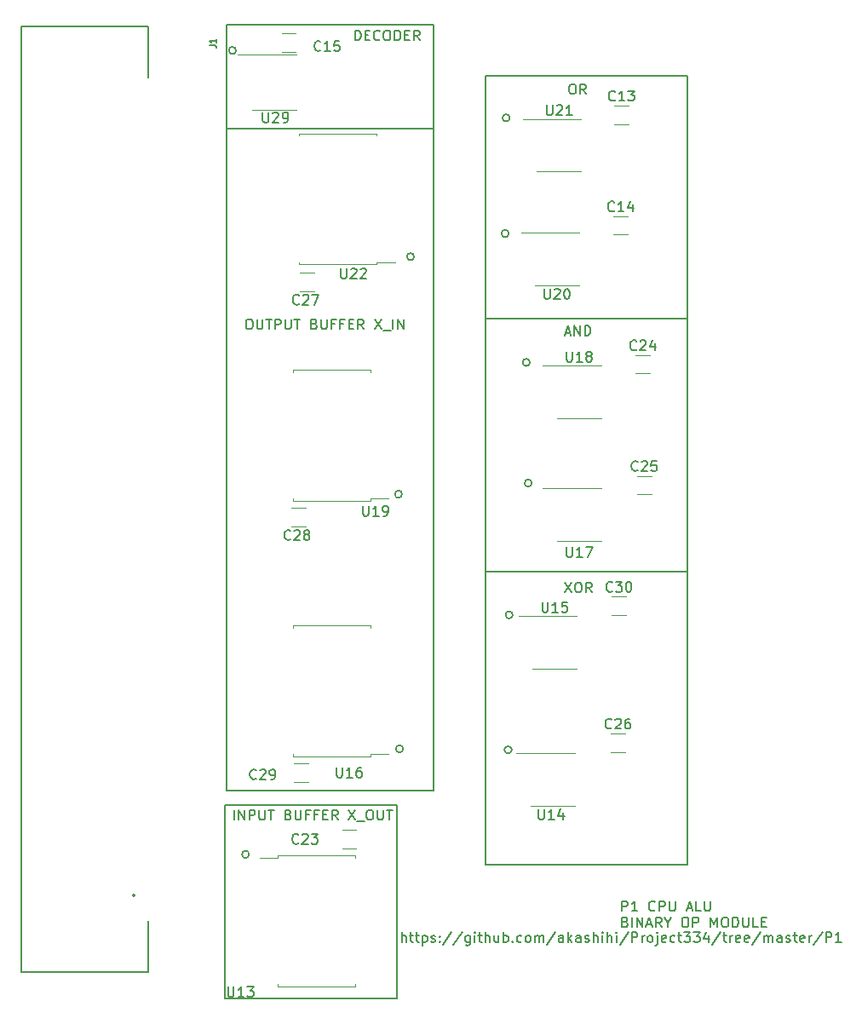
<source format=gbr>
%TF.GenerationSoftware,KiCad,Pcbnew,8.0.5-8.0.5-0~ubuntu24.04.1*%
%TF.CreationDate,2024-09-12T21:52:08+03:00*%
%TF.ProjectId,alu,616c752e-6b69-4636-9164-5f7063625858,rev?*%
%TF.SameCoordinates,Original*%
%TF.FileFunction,Legend,Top*%
%TF.FilePolarity,Positive*%
%FSLAX46Y46*%
G04 Gerber Fmt 4.6, Leading zero omitted, Abs format (unit mm)*
G04 Created by KiCad (PCBNEW 8.0.5-8.0.5-0~ubuntu24.04.1) date 2024-09-12 21:52:08*
%MOMM*%
%LPD*%
G01*
G04 APERTURE LIST*
%ADD10C,0.150000*%
%ADD11C,0.120000*%
%ADD12C,0.127000*%
%ADD13C,0.200000*%
G04 APERTURE END LIST*
D10*
X80360555Y-38300000D02*
G75*
G02*
X79639445Y-38300000I-360555J0D01*
G01*
X79639445Y-38300000D02*
G75*
G02*
X80360555Y-38300000I360555J0D01*
G01*
X77978000Y-58293000D02*
X98044000Y-58293000D01*
X98044000Y-83439000D01*
X77978000Y-83439000D01*
X77978000Y-58293000D01*
X80660555Y-87700000D02*
G75*
G02*
X79939445Y-87700000I-360555J0D01*
G01*
X79939445Y-87700000D02*
G75*
G02*
X80660555Y-87700000I360555J0D01*
G01*
X80560555Y-101100000D02*
G75*
G02*
X79839445Y-101100000I-360555J0D01*
G01*
X79839445Y-101100000D02*
G75*
G02*
X80560555Y-101100000I360555J0D01*
G01*
X52197000Y-39370000D02*
X72771000Y-39370000D01*
X72771000Y-105156000D01*
X52197000Y-105156000D01*
X52197000Y-39370000D01*
X82560555Y-74600000D02*
G75*
G02*
X81839445Y-74600000I-360555J0D01*
G01*
X81839445Y-74600000D02*
G75*
G02*
X82560555Y-74600000I360555J0D01*
G01*
X69760555Y-101000000D02*
G75*
G02*
X69039445Y-101000000I-360555J0D01*
G01*
X69039445Y-101000000D02*
G75*
G02*
X69760555Y-101000000I360555J0D01*
G01*
X69660555Y-75700000D02*
G75*
G02*
X68939445Y-75700000I-360555J0D01*
G01*
X68939445Y-75700000D02*
G75*
G02*
X69660555Y-75700000I360555J0D01*
G01*
X82360555Y-62600000D02*
G75*
G02*
X81639445Y-62600000I-360555J0D01*
G01*
X81639445Y-62600000D02*
G75*
G02*
X82360555Y-62600000I360555J0D01*
G01*
X80260555Y-49800000D02*
G75*
G02*
X79539445Y-49800000I-360555J0D01*
G01*
X79539445Y-49800000D02*
G75*
G02*
X80260555Y-49800000I360555J0D01*
G01*
X52070000Y-106600000D02*
X69150000Y-106600000D01*
X69150000Y-125857000D01*
X52070000Y-125857000D01*
X52070000Y-106600000D01*
X53160555Y-31600000D02*
G75*
G02*
X52439445Y-31600000I-360555J0D01*
G01*
X52439445Y-31600000D02*
G75*
G02*
X53160555Y-31600000I360555J0D01*
G01*
X77978000Y-34163000D02*
X98044000Y-34163000D01*
X98044000Y-58293000D01*
X77978000Y-58293000D01*
X77978000Y-34163000D01*
X52197000Y-29083000D02*
X72771000Y-29083000D01*
X72771000Y-39370000D01*
X52197000Y-39370000D01*
X52197000Y-29083000D01*
X54460555Y-111500000D02*
G75*
G02*
X53739445Y-111500000I-360555J0D01*
G01*
X53739445Y-111500000D02*
G75*
G02*
X54460555Y-111500000I360555J0D01*
G01*
X77978000Y-83439000D02*
X98044000Y-83439000D01*
X98044000Y-112522000D01*
X77978000Y-112522000D01*
X77978000Y-83439000D01*
X70860555Y-52100000D02*
G75*
G02*
X70139445Y-52100000I-360555J0D01*
G01*
X70139445Y-52100000D02*
G75*
G02*
X70860555Y-52100000I360555J0D01*
G01*
X85887160Y-59655104D02*
X86363350Y-59655104D01*
X85791922Y-59940819D02*
X86125255Y-58940819D01*
X86125255Y-58940819D02*
X86458588Y-59940819D01*
X86791922Y-59940819D02*
X86791922Y-58940819D01*
X86791922Y-58940819D02*
X87363350Y-59940819D01*
X87363350Y-59940819D02*
X87363350Y-58940819D01*
X87839541Y-59940819D02*
X87839541Y-58940819D01*
X87839541Y-58940819D02*
X88077636Y-58940819D01*
X88077636Y-58940819D02*
X88220493Y-58988438D01*
X88220493Y-58988438D02*
X88315731Y-59083676D01*
X88315731Y-59083676D02*
X88363350Y-59178914D01*
X88363350Y-59178914D02*
X88410969Y-59369390D01*
X88410969Y-59369390D02*
X88410969Y-59512247D01*
X88410969Y-59512247D02*
X88363350Y-59702723D01*
X88363350Y-59702723D02*
X88315731Y-59797961D01*
X88315731Y-59797961D02*
X88220493Y-59893200D01*
X88220493Y-59893200D02*
X88077636Y-59940819D01*
X88077636Y-59940819D02*
X87839541Y-59940819D01*
X91522779Y-117131875D02*
X91522779Y-116131875D01*
X91522779Y-116131875D02*
X91903731Y-116131875D01*
X91903731Y-116131875D02*
X91998969Y-116179494D01*
X91998969Y-116179494D02*
X92046588Y-116227113D01*
X92046588Y-116227113D02*
X92094207Y-116322351D01*
X92094207Y-116322351D02*
X92094207Y-116465208D01*
X92094207Y-116465208D02*
X92046588Y-116560446D01*
X92046588Y-116560446D02*
X91998969Y-116608065D01*
X91998969Y-116608065D02*
X91903731Y-116655684D01*
X91903731Y-116655684D02*
X91522779Y-116655684D01*
X93046588Y-117131875D02*
X92475160Y-117131875D01*
X92760874Y-117131875D02*
X92760874Y-116131875D01*
X92760874Y-116131875D02*
X92665636Y-116274732D01*
X92665636Y-116274732D02*
X92570398Y-116369970D01*
X92570398Y-116369970D02*
X92475160Y-116417589D01*
X94808493Y-117036636D02*
X94760874Y-117084256D01*
X94760874Y-117084256D02*
X94618017Y-117131875D01*
X94618017Y-117131875D02*
X94522779Y-117131875D01*
X94522779Y-117131875D02*
X94379922Y-117084256D01*
X94379922Y-117084256D02*
X94284684Y-116989017D01*
X94284684Y-116989017D02*
X94237065Y-116893779D01*
X94237065Y-116893779D02*
X94189446Y-116703303D01*
X94189446Y-116703303D02*
X94189446Y-116560446D01*
X94189446Y-116560446D02*
X94237065Y-116369970D01*
X94237065Y-116369970D02*
X94284684Y-116274732D01*
X94284684Y-116274732D02*
X94379922Y-116179494D01*
X94379922Y-116179494D02*
X94522779Y-116131875D01*
X94522779Y-116131875D02*
X94618017Y-116131875D01*
X94618017Y-116131875D02*
X94760874Y-116179494D01*
X94760874Y-116179494D02*
X94808493Y-116227113D01*
X95237065Y-117131875D02*
X95237065Y-116131875D01*
X95237065Y-116131875D02*
X95618017Y-116131875D01*
X95618017Y-116131875D02*
X95713255Y-116179494D01*
X95713255Y-116179494D02*
X95760874Y-116227113D01*
X95760874Y-116227113D02*
X95808493Y-116322351D01*
X95808493Y-116322351D02*
X95808493Y-116465208D01*
X95808493Y-116465208D02*
X95760874Y-116560446D01*
X95760874Y-116560446D02*
X95713255Y-116608065D01*
X95713255Y-116608065D02*
X95618017Y-116655684D01*
X95618017Y-116655684D02*
X95237065Y-116655684D01*
X96237065Y-116131875D02*
X96237065Y-116941398D01*
X96237065Y-116941398D02*
X96284684Y-117036636D01*
X96284684Y-117036636D02*
X96332303Y-117084256D01*
X96332303Y-117084256D02*
X96427541Y-117131875D01*
X96427541Y-117131875D02*
X96618017Y-117131875D01*
X96618017Y-117131875D02*
X96713255Y-117084256D01*
X96713255Y-117084256D02*
X96760874Y-117036636D01*
X96760874Y-117036636D02*
X96808493Y-116941398D01*
X96808493Y-116941398D02*
X96808493Y-116131875D01*
X97998970Y-116846160D02*
X98475160Y-116846160D01*
X97903732Y-117131875D02*
X98237065Y-116131875D01*
X98237065Y-116131875D02*
X98570398Y-117131875D01*
X99379922Y-117131875D02*
X98903732Y-117131875D01*
X98903732Y-117131875D02*
X98903732Y-116131875D01*
X99713256Y-116131875D02*
X99713256Y-116941398D01*
X99713256Y-116941398D02*
X99760875Y-117036636D01*
X99760875Y-117036636D02*
X99808494Y-117084256D01*
X99808494Y-117084256D02*
X99903732Y-117131875D01*
X99903732Y-117131875D02*
X100094208Y-117131875D01*
X100094208Y-117131875D02*
X100189446Y-117084256D01*
X100189446Y-117084256D02*
X100237065Y-117036636D01*
X100237065Y-117036636D02*
X100284684Y-116941398D01*
X100284684Y-116941398D02*
X100284684Y-116131875D01*
X91856112Y-118218009D02*
X91998969Y-118265628D01*
X91998969Y-118265628D02*
X92046588Y-118313247D01*
X92046588Y-118313247D02*
X92094207Y-118408485D01*
X92094207Y-118408485D02*
X92094207Y-118551342D01*
X92094207Y-118551342D02*
X92046588Y-118646580D01*
X92046588Y-118646580D02*
X91998969Y-118694200D01*
X91998969Y-118694200D02*
X91903731Y-118741819D01*
X91903731Y-118741819D02*
X91522779Y-118741819D01*
X91522779Y-118741819D02*
X91522779Y-117741819D01*
X91522779Y-117741819D02*
X91856112Y-117741819D01*
X91856112Y-117741819D02*
X91951350Y-117789438D01*
X91951350Y-117789438D02*
X91998969Y-117837057D01*
X91998969Y-117837057D02*
X92046588Y-117932295D01*
X92046588Y-117932295D02*
X92046588Y-118027533D01*
X92046588Y-118027533D02*
X91998969Y-118122771D01*
X91998969Y-118122771D02*
X91951350Y-118170390D01*
X91951350Y-118170390D02*
X91856112Y-118218009D01*
X91856112Y-118218009D02*
X91522779Y-118218009D01*
X92522779Y-118741819D02*
X92522779Y-117741819D01*
X92998969Y-118741819D02*
X92998969Y-117741819D01*
X92998969Y-117741819D02*
X93570397Y-118741819D01*
X93570397Y-118741819D02*
X93570397Y-117741819D01*
X93998969Y-118456104D02*
X94475159Y-118456104D01*
X93903731Y-118741819D02*
X94237064Y-117741819D01*
X94237064Y-117741819D02*
X94570397Y-118741819D01*
X95475159Y-118741819D02*
X95141826Y-118265628D01*
X94903731Y-118741819D02*
X94903731Y-117741819D01*
X94903731Y-117741819D02*
X95284683Y-117741819D01*
X95284683Y-117741819D02*
X95379921Y-117789438D01*
X95379921Y-117789438D02*
X95427540Y-117837057D01*
X95427540Y-117837057D02*
X95475159Y-117932295D01*
X95475159Y-117932295D02*
X95475159Y-118075152D01*
X95475159Y-118075152D02*
X95427540Y-118170390D01*
X95427540Y-118170390D02*
X95379921Y-118218009D01*
X95379921Y-118218009D02*
X95284683Y-118265628D01*
X95284683Y-118265628D02*
X94903731Y-118265628D01*
X96094207Y-118265628D02*
X96094207Y-118741819D01*
X95760874Y-117741819D02*
X96094207Y-118265628D01*
X96094207Y-118265628D02*
X96427540Y-117741819D01*
X97713255Y-117741819D02*
X97903731Y-117741819D01*
X97903731Y-117741819D02*
X97998969Y-117789438D01*
X97998969Y-117789438D02*
X98094207Y-117884676D01*
X98094207Y-117884676D02*
X98141826Y-118075152D01*
X98141826Y-118075152D02*
X98141826Y-118408485D01*
X98141826Y-118408485D02*
X98094207Y-118598961D01*
X98094207Y-118598961D02*
X97998969Y-118694200D01*
X97998969Y-118694200D02*
X97903731Y-118741819D01*
X97903731Y-118741819D02*
X97713255Y-118741819D01*
X97713255Y-118741819D02*
X97618017Y-118694200D01*
X97618017Y-118694200D02*
X97522779Y-118598961D01*
X97522779Y-118598961D02*
X97475160Y-118408485D01*
X97475160Y-118408485D02*
X97475160Y-118075152D01*
X97475160Y-118075152D02*
X97522779Y-117884676D01*
X97522779Y-117884676D02*
X97618017Y-117789438D01*
X97618017Y-117789438D02*
X97713255Y-117741819D01*
X98570398Y-118741819D02*
X98570398Y-117741819D01*
X98570398Y-117741819D02*
X98951350Y-117741819D01*
X98951350Y-117741819D02*
X99046588Y-117789438D01*
X99046588Y-117789438D02*
X99094207Y-117837057D01*
X99094207Y-117837057D02*
X99141826Y-117932295D01*
X99141826Y-117932295D02*
X99141826Y-118075152D01*
X99141826Y-118075152D02*
X99094207Y-118170390D01*
X99094207Y-118170390D02*
X99046588Y-118218009D01*
X99046588Y-118218009D02*
X98951350Y-118265628D01*
X98951350Y-118265628D02*
X98570398Y-118265628D01*
X100332303Y-118741819D02*
X100332303Y-117741819D01*
X100332303Y-117741819D02*
X100665636Y-118456104D01*
X100665636Y-118456104D02*
X100998969Y-117741819D01*
X100998969Y-117741819D02*
X100998969Y-118741819D01*
X101665636Y-117741819D02*
X101856112Y-117741819D01*
X101856112Y-117741819D02*
X101951350Y-117789438D01*
X101951350Y-117789438D02*
X102046588Y-117884676D01*
X102046588Y-117884676D02*
X102094207Y-118075152D01*
X102094207Y-118075152D02*
X102094207Y-118408485D01*
X102094207Y-118408485D02*
X102046588Y-118598961D01*
X102046588Y-118598961D02*
X101951350Y-118694200D01*
X101951350Y-118694200D02*
X101856112Y-118741819D01*
X101856112Y-118741819D02*
X101665636Y-118741819D01*
X101665636Y-118741819D02*
X101570398Y-118694200D01*
X101570398Y-118694200D02*
X101475160Y-118598961D01*
X101475160Y-118598961D02*
X101427541Y-118408485D01*
X101427541Y-118408485D02*
X101427541Y-118075152D01*
X101427541Y-118075152D02*
X101475160Y-117884676D01*
X101475160Y-117884676D02*
X101570398Y-117789438D01*
X101570398Y-117789438D02*
X101665636Y-117741819D01*
X102522779Y-118741819D02*
X102522779Y-117741819D01*
X102522779Y-117741819D02*
X102760874Y-117741819D01*
X102760874Y-117741819D02*
X102903731Y-117789438D01*
X102903731Y-117789438D02*
X102998969Y-117884676D01*
X102998969Y-117884676D02*
X103046588Y-117979914D01*
X103046588Y-117979914D02*
X103094207Y-118170390D01*
X103094207Y-118170390D02*
X103094207Y-118313247D01*
X103094207Y-118313247D02*
X103046588Y-118503723D01*
X103046588Y-118503723D02*
X102998969Y-118598961D01*
X102998969Y-118598961D02*
X102903731Y-118694200D01*
X102903731Y-118694200D02*
X102760874Y-118741819D01*
X102760874Y-118741819D02*
X102522779Y-118741819D01*
X103522779Y-117741819D02*
X103522779Y-118551342D01*
X103522779Y-118551342D02*
X103570398Y-118646580D01*
X103570398Y-118646580D02*
X103618017Y-118694200D01*
X103618017Y-118694200D02*
X103713255Y-118741819D01*
X103713255Y-118741819D02*
X103903731Y-118741819D01*
X103903731Y-118741819D02*
X103998969Y-118694200D01*
X103998969Y-118694200D02*
X104046588Y-118646580D01*
X104046588Y-118646580D02*
X104094207Y-118551342D01*
X104094207Y-118551342D02*
X104094207Y-117741819D01*
X105046588Y-118741819D02*
X104570398Y-118741819D01*
X104570398Y-118741819D02*
X104570398Y-117741819D01*
X105379922Y-118218009D02*
X105713255Y-118218009D01*
X105856112Y-118741819D02*
X105379922Y-118741819D01*
X105379922Y-118741819D02*
X105379922Y-117741819D01*
X105379922Y-117741819D02*
X105856112Y-117741819D01*
X52936779Y-108069819D02*
X52936779Y-107069819D01*
X53412969Y-108069819D02*
X53412969Y-107069819D01*
X53412969Y-107069819D02*
X53984397Y-108069819D01*
X53984397Y-108069819D02*
X53984397Y-107069819D01*
X54460588Y-108069819D02*
X54460588Y-107069819D01*
X54460588Y-107069819D02*
X54841540Y-107069819D01*
X54841540Y-107069819D02*
X54936778Y-107117438D01*
X54936778Y-107117438D02*
X54984397Y-107165057D01*
X54984397Y-107165057D02*
X55032016Y-107260295D01*
X55032016Y-107260295D02*
X55032016Y-107403152D01*
X55032016Y-107403152D02*
X54984397Y-107498390D01*
X54984397Y-107498390D02*
X54936778Y-107546009D01*
X54936778Y-107546009D02*
X54841540Y-107593628D01*
X54841540Y-107593628D02*
X54460588Y-107593628D01*
X55460588Y-107069819D02*
X55460588Y-107879342D01*
X55460588Y-107879342D02*
X55508207Y-107974580D01*
X55508207Y-107974580D02*
X55555826Y-108022200D01*
X55555826Y-108022200D02*
X55651064Y-108069819D01*
X55651064Y-108069819D02*
X55841540Y-108069819D01*
X55841540Y-108069819D02*
X55936778Y-108022200D01*
X55936778Y-108022200D02*
X55984397Y-107974580D01*
X55984397Y-107974580D02*
X56032016Y-107879342D01*
X56032016Y-107879342D02*
X56032016Y-107069819D01*
X56365350Y-107069819D02*
X56936778Y-107069819D01*
X56651064Y-108069819D02*
X56651064Y-107069819D01*
X58365350Y-107546009D02*
X58508207Y-107593628D01*
X58508207Y-107593628D02*
X58555826Y-107641247D01*
X58555826Y-107641247D02*
X58603445Y-107736485D01*
X58603445Y-107736485D02*
X58603445Y-107879342D01*
X58603445Y-107879342D02*
X58555826Y-107974580D01*
X58555826Y-107974580D02*
X58508207Y-108022200D01*
X58508207Y-108022200D02*
X58412969Y-108069819D01*
X58412969Y-108069819D02*
X58032017Y-108069819D01*
X58032017Y-108069819D02*
X58032017Y-107069819D01*
X58032017Y-107069819D02*
X58365350Y-107069819D01*
X58365350Y-107069819D02*
X58460588Y-107117438D01*
X58460588Y-107117438D02*
X58508207Y-107165057D01*
X58508207Y-107165057D02*
X58555826Y-107260295D01*
X58555826Y-107260295D02*
X58555826Y-107355533D01*
X58555826Y-107355533D02*
X58508207Y-107450771D01*
X58508207Y-107450771D02*
X58460588Y-107498390D01*
X58460588Y-107498390D02*
X58365350Y-107546009D01*
X58365350Y-107546009D02*
X58032017Y-107546009D01*
X59032017Y-107069819D02*
X59032017Y-107879342D01*
X59032017Y-107879342D02*
X59079636Y-107974580D01*
X59079636Y-107974580D02*
X59127255Y-108022200D01*
X59127255Y-108022200D02*
X59222493Y-108069819D01*
X59222493Y-108069819D02*
X59412969Y-108069819D01*
X59412969Y-108069819D02*
X59508207Y-108022200D01*
X59508207Y-108022200D02*
X59555826Y-107974580D01*
X59555826Y-107974580D02*
X59603445Y-107879342D01*
X59603445Y-107879342D02*
X59603445Y-107069819D01*
X60412969Y-107546009D02*
X60079636Y-107546009D01*
X60079636Y-108069819D02*
X60079636Y-107069819D01*
X60079636Y-107069819D02*
X60555826Y-107069819D01*
X61270112Y-107546009D02*
X60936779Y-107546009D01*
X60936779Y-108069819D02*
X60936779Y-107069819D01*
X60936779Y-107069819D02*
X61412969Y-107069819D01*
X61793922Y-107546009D02*
X62127255Y-107546009D01*
X62270112Y-108069819D02*
X61793922Y-108069819D01*
X61793922Y-108069819D02*
X61793922Y-107069819D01*
X61793922Y-107069819D02*
X62270112Y-107069819D01*
X63270112Y-108069819D02*
X62936779Y-107593628D01*
X62698684Y-108069819D02*
X62698684Y-107069819D01*
X62698684Y-107069819D02*
X63079636Y-107069819D01*
X63079636Y-107069819D02*
X63174874Y-107117438D01*
X63174874Y-107117438D02*
X63222493Y-107165057D01*
X63222493Y-107165057D02*
X63270112Y-107260295D01*
X63270112Y-107260295D02*
X63270112Y-107403152D01*
X63270112Y-107403152D02*
X63222493Y-107498390D01*
X63222493Y-107498390D02*
X63174874Y-107546009D01*
X63174874Y-107546009D02*
X63079636Y-107593628D01*
X63079636Y-107593628D02*
X62698684Y-107593628D01*
X64365351Y-107069819D02*
X65032017Y-108069819D01*
X65032017Y-107069819D02*
X64365351Y-108069819D01*
X65174875Y-108165057D02*
X65936779Y-108165057D01*
X66365351Y-107069819D02*
X66555827Y-107069819D01*
X66555827Y-107069819D02*
X66651065Y-107117438D01*
X66651065Y-107117438D02*
X66746303Y-107212676D01*
X66746303Y-107212676D02*
X66793922Y-107403152D01*
X66793922Y-107403152D02*
X66793922Y-107736485D01*
X66793922Y-107736485D02*
X66746303Y-107926961D01*
X66746303Y-107926961D02*
X66651065Y-108022200D01*
X66651065Y-108022200D02*
X66555827Y-108069819D01*
X66555827Y-108069819D02*
X66365351Y-108069819D01*
X66365351Y-108069819D02*
X66270113Y-108022200D01*
X66270113Y-108022200D02*
X66174875Y-107926961D01*
X66174875Y-107926961D02*
X66127256Y-107736485D01*
X66127256Y-107736485D02*
X66127256Y-107403152D01*
X66127256Y-107403152D02*
X66174875Y-107212676D01*
X66174875Y-107212676D02*
X66270113Y-107117438D01*
X66270113Y-107117438D02*
X66365351Y-107069819D01*
X67222494Y-107069819D02*
X67222494Y-107879342D01*
X67222494Y-107879342D02*
X67270113Y-107974580D01*
X67270113Y-107974580D02*
X67317732Y-108022200D01*
X67317732Y-108022200D02*
X67412970Y-108069819D01*
X67412970Y-108069819D02*
X67603446Y-108069819D01*
X67603446Y-108069819D02*
X67698684Y-108022200D01*
X67698684Y-108022200D02*
X67746303Y-107974580D01*
X67746303Y-107974580D02*
X67793922Y-107879342D01*
X67793922Y-107879342D02*
X67793922Y-107069819D01*
X68127256Y-107069819D02*
X68698684Y-107069819D01*
X68412970Y-108069819D02*
X68412970Y-107069819D01*
X54375255Y-58305819D02*
X54565731Y-58305819D01*
X54565731Y-58305819D02*
X54660969Y-58353438D01*
X54660969Y-58353438D02*
X54756207Y-58448676D01*
X54756207Y-58448676D02*
X54803826Y-58639152D01*
X54803826Y-58639152D02*
X54803826Y-58972485D01*
X54803826Y-58972485D02*
X54756207Y-59162961D01*
X54756207Y-59162961D02*
X54660969Y-59258200D01*
X54660969Y-59258200D02*
X54565731Y-59305819D01*
X54565731Y-59305819D02*
X54375255Y-59305819D01*
X54375255Y-59305819D02*
X54280017Y-59258200D01*
X54280017Y-59258200D02*
X54184779Y-59162961D01*
X54184779Y-59162961D02*
X54137160Y-58972485D01*
X54137160Y-58972485D02*
X54137160Y-58639152D01*
X54137160Y-58639152D02*
X54184779Y-58448676D01*
X54184779Y-58448676D02*
X54280017Y-58353438D01*
X54280017Y-58353438D02*
X54375255Y-58305819D01*
X55232398Y-58305819D02*
X55232398Y-59115342D01*
X55232398Y-59115342D02*
X55280017Y-59210580D01*
X55280017Y-59210580D02*
X55327636Y-59258200D01*
X55327636Y-59258200D02*
X55422874Y-59305819D01*
X55422874Y-59305819D02*
X55613350Y-59305819D01*
X55613350Y-59305819D02*
X55708588Y-59258200D01*
X55708588Y-59258200D02*
X55756207Y-59210580D01*
X55756207Y-59210580D02*
X55803826Y-59115342D01*
X55803826Y-59115342D02*
X55803826Y-58305819D01*
X56137160Y-58305819D02*
X56708588Y-58305819D01*
X56422874Y-59305819D02*
X56422874Y-58305819D01*
X57041922Y-59305819D02*
X57041922Y-58305819D01*
X57041922Y-58305819D02*
X57422874Y-58305819D01*
X57422874Y-58305819D02*
X57518112Y-58353438D01*
X57518112Y-58353438D02*
X57565731Y-58401057D01*
X57565731Y-58401057D02*
X57613350Y-58496295D01*
X57613350Y-58496295D02*
X57613350Y-58639152D01*
X57613350Y-58639152D02*
X57565731Y-58734390D01*
X57565731Y-58734390D02*
X57518112Y-58782009D01*
X57518112Y-58782009D02*
X57422874Y-58829628D01*
X57422874Y-58829628D02*
X57041922Y-58829628D01*
X58041922Y-58305819D02*
X58041922Y-59115342D01*
X58041922Y-59115342D02*
X58089541Y-59210580D01*
X58089541Y-59210580D02*
X58137160Y-59258200D01*
X58137160Y-59258200D02*
X58232398Y-59305819D01*
X58232398Y-59305819D02*
X58422874Y-59305819D01*
X58422874Y-59305819D02*
X58518112Y-59258200D01*
X58518112Y-59258200D02*
X58565731Y-59210580D01*
X58565731Y-59210580D02*
X58613350Y-59115342D01*
X58613350Y-59115342D02*
X58613350Y-58305819D01*
X58946684Y-58305819D02*
X59518112Y-58305819D01*
X59232398Y-59305819D02*
X59232398Y-58305819D01*
X60946684Y-58782009D02*
X61089541Y-58829628D01*
X61089541Y-58829628D02*
X61137160Y-58877247D01*
X61137160Y-58877247D02*
X61184779Y-58972485D01*
X61184779Y-58972485D02*
X61184779Y-59115342D01*
X61184779Y-59115342D02*
X61137160Y-59210580D01*
X61137160Y-59210580D02*
X61089541Y-59258200D01*
X61089541Y-59258200D02*
X60994303Y-59305819D01*
X60994303Y-59305819D02*
X60613351Y-59305819D01*
X60613351Y-59305819D02*
X60613351Y-58305819D01*
X60613351Y-58305819D02*
X60946684Y-58305819D01*
X60946684Y-58305819D02*
X61041922Y-58353438D01*
X61041922Y-58353438D02*
X61089541Y-58401057D01*
X61089541Y-58401057D02*
X61137160Y-58496295D01*
X61137160Y-58496295D02*
X61137160Y-58591533D01*
X61137160Y-58591533D02*
X61089541Y-58686771D01*
X61089541Y-58686771D02*
X61041922Y-58734390D01*
X61041922Y-58734390D02*
X60946684Y-58782009D01*
X60946684Y-58782009D02*
X60613351Y-58782009D01*
X61613351Y-58305819D02*
X61613351Y-59115342D01*
X61613351Y-59115342D02*
X61660970Y-59210580D01*
X61660970Y-59210580D02*
X61708589Y-59258200D01*
X61708589Y-59258200D02*
X61803827Y-59305819D01*
X61803827Y-59305819D02*
X61994303Y-59305819D01*
X61994303Y-59305819D02*
X62089541Y-59258200D01*
X62089541Y-59258200D02*
X62137160Y-59210580D01*
X62137160Y-59210580D02*
X62184779Y-59115342D01*
X62184779Y-59115342D02*
X62184779Y-58305819D01*
X62994303Y-58782009D02*
X62660970Y-58782009D01*
X62660970Y-59305819D02*
X62660970Y-58305819D01*
X62660970Y-58305819D02*
X63137160Y-58305819D01*
X63851446Y-58782009D02*
X63518113Y-58782009D01*
X63518113Y-59305819D02*
X63518113Y-58305819D01*
X63518113Y-58305819D02*
X63994303Y-58305819D01*
X64375256Y-58782009D02*
X64708589Y-58782009D01*
X64851446Y-59305819D02*
X64375256Y-59305819D01*
X64375256Y-59305819D02*
X64375256Y-58305819D01*
X64375256Y-58305819D02*
X64851446Y-58305819D01*
X65851446Y-59305819D02*
X65518113Y-58829628D01*
X65280018Y-59305819D02*
X65280018Y-58305819D01*
X65280018Y-58305819D02*
X65660970Y-58305819D01*
X65660970Y-58305819D02*
X65756208Y-58353438D01*
X65756208Y-58353438D02*
X65803827Y-58401057D01*
X65803827Y-58401057D02*
X65851446Y-58496295D01*
X65851446Y-58496295D02*
X65851446Y-58639152D01*
X65851446Y-58639152D02*
X65803827Y-58734390D01*
X65803827Y-58734390D02*
X65756208Y-58782009D01*
X65756208Y-58782009D02*
X65660970Y-58829628D01*
X65660970Y-58829628D02*
X65280018Y-58829628D01*
X66946685Y-58305819D02*
X67613351Y-59305819D01*
X67613351Y-58305819D02*
X66946685Y-59305819D01*
X67756209Y-59401057D02*
X68518113Y-59401057D01*
X68756209Y-59305819D02*
X68756209Y-58305819D01*
X69232399Y-59305819D02*
X69232399Y-58305819D01*
X69232399Y-58305819D02*
X69803827Y-59305819D01*
X69803827Y-59305819D02*
X69803827Y-58305819D01*
X64979779Y-30603819D02*
X64979779Y-29603819D01*
X64979779Y-29603819D02*
X65217874Y-29603819D01*
X65217874Y-29603819D02*
X65360731Y-29651438D01*
X65360731Y-29651438D02*
X65455969Y-29746676D01*
X65455969Y-29746676D02*
X65503588Y-29841914D01*
X65503588Y-29841914D02*
X65551207Y-30032390D01*
X65551207Y-30032390D02*
X65551207Y-30175247D01*
X65551207Y-30175247D02*
X65503588Y-30365723D01*
X65503588Y-30365723D02*
X65455969Y-30460961D01*
X65455969Y-30460961D02*
X65360731Y-30556200D01*
X65360731Y-30556200D02*
X65217874Y-30603819D01*
X65217874Y-30603819D02*
X64979779Y-30603819D01*
X65979779Y-30080009D02*
X66313112Y-30080009D01*
X66455969Y-30603819D02*
X65979779Y-30603819D01*
X65979779Y-30603819D02*
X65979779Y-29603819D01*
X65979779Y-29603819D02*
X66455969Y-29603819D01*
X67455969Y-30508580D02*
X67408350Y-30556200D01*
X67408350Y-30556200D02*
X67265493Y-30603819D01*
X67265493Y-30603819D02*
X67170255Y-30603819D01*
X67170255Y-30603819D02*
X67027398Y-30556200D01*
X67027398Y-30556200D02*
X66932160Y-30460961D01*
X66932160Y-30460961D02*
X66884541Y-30365723D01*
X66884541Y-30365723D02*
X66836922Y-30175247D01*
X66836922Y-30175247D02*
X66836922Y-30032390D01*
X66836922Y-30032390D02*
X66884541Y-29841914D01*
X66884541Y-29841914D02*
X66932160Y-29746676D01*
X66932160Y-29746676D02*
X67027398Y-29651438D01*
X67027398Y-29651438D02*
X67170255Y-29603819D01*
X67170255Y-29603819D02*
X67265493Y-29603819D01*
X67265493Y-29603819D02*
X67408350Y-29651438D01*
X67408350Y-29651438D02*
X67455969Y-29699057D01*
X68075017Y-29603819D02*
X68265493Y-29603819D01*
X68265493Y-29603819D02*
X68360731Y-29651438D01*
X68360731Y-29651438D02*
X68455969Y-29746676D01*
X68455969Y-29746676D02*
X68503588Y-29937152D01*
X68503588Y-29937152D02*
X68503588Y-30270485D01*
X68503588Y-30270485D02*
X68455969Y-30460961D01*
X68455969Y-30460961D02*
X68360731Y-30556200D01*
X68360731Y-30556200D02*
X68265493Y-30603819D01*
X68265493Y-30603819D02*
X68075017Y-30603819D01*
X68075017Y-30603819D02*
X67979779Y-30556200D01*
X67979779Y-30556200D02*
X67884541Y-30460961D01*
X67884541Y-30460961D02*
X67836922Y-30270485D01*
X67836922Y-30270485D02*
X67836922Y-29937152D01*
X67836922Y-29937152D02*
X67884541Y-29746676D01*
X67884541Y-29746676D02*
X67979779Y-29651438D01*
X67979779Y-29651438D02*
X68075017Y-29603819D01*
X68932160Y-30603819D02*
X68932160Y-29603819D01*
X68932160Y-29603819D02*
X69170255Y-29603819D01*
X69170255Y-29603819D02*
X69313112Y-29651438D01*
X69313112Y-29651438D02*
X69408350Y-29746676D01*
X69408350Y-29746676D02*
X69455969Y-29841914D01*
X69455969Y-29841914D02*
X69503588Y-30032390D01*
X69503588Y-30032390D02*
X69503588Y-30175247D01*
X69503588Y-30175247D02*
X69455969Y-30365723D01*
X69455969Y-30365723D02*
X69408350Y-30460961D01*
X69408350Y-30460961D02*
X69313112Y-30556200D01*
X69313112Y-30556200D02*
X69170255Y-30603819D01*
X69170255Y-30603819D02*
X68932160Y-30603819D01*
X69932160Y-30080009D02*
X70265493Y-30080009D01*
X70408350Y-30603819D02*
X69932160Y-30603819D01*
X69932160Y-30603819D02*
X69932160Y-29603819D01*
X69932160Y-29603819D02*
X70408350Y-29603819D01*
X71408350Y-30603819D02*
X71075017Y-30127628D01*
X70836922Y-30603819D02*
X70836922Y-29603819D01*
X70836922Y-29603819D02*
X71217874Y-29603819D01*
X71217874Y-29603819D02*
X71313112Y-29651438D01*
X71313112Y-29651438D02*
X71360731Y-29699057D01*
X71360731Y-29699057D02*
X71408350Y-29794295D01*
X71408350Y-29794295D02*
X71408350Y-29937152D01*
X71408350Y-29937152D02*
X71360731Y-30032390D01*
X71360731Y-30032390D02*
X71313112Y-30080009D01*
X71313112Y-30080009D02*
X71217874Y-30127628D01*
X71217874Y-30127628D02*
X70836922Y-30127628D01*
X86506255Y-34937819D02*
X86696731Y-34937819D01*
X86696731Y-34937819D02*
X86791969Y-34985438D01*
X86791969Y-34985438D02*
X86887207Y-35080676D01*
X86887207Y-35080676D02*
X86934826Y-35271152D01*
X86934826Y-35271152D02*
X86934826Y-35604485D01*
X86934826Y-35604485D02*
X86887207Y-35794961D01*
X86887207Y-35794961D02*
X86791969Y-35890200D01*
X86791969Y-35890200D02*
X86696731Y-35937819D01*
X86696731Y-35937819D02*
X86506255Y-35937819D01*
X86506255Y-35937819D02*
X86411017Y-35890200D01*
X86411017Y-35890200D02*
X86315779Y-35794961D01*
X86315779Y-35794961D02*
X86268160Y-35604485D01*
X86268160Y-35604485D02*
X86268160Y-35271152D01*
X86268160Y-35271152D02*
X86315779Y-35080676D01*
X86315779Y-35080676D02*
X86411017Y-34985438D01*
X86411017Y-34985438D02*
X86506255Y-34937819D01*
X87934826Y-35937819D02*
X87601493Y-35461628D01*
X87363398Y-35937819D02*
X87363398Y-34937819D01*
X87363398Y-34937819D02*
X87744350Y-34937819D01*
X87744350Y-34937819D02*
X87839588Y-34985438D01*
X87839588Y-34985438D02*
X87887207Y-35033057D01*
X87887207Y-35033057D02*
X87934826Y-35128295D01*
X87934826Y-35128295D02*
X87934826Y-35271152D01*
X87934826Y-35271152D02*
X87887207Y-35366390D01*
X87887207Y-35366390D02*
X87839588Y-35414009D01*
X87839588Y-35414009D02*
X87744350Y-35461628D01*
X87744350Y-35461628D02*
X87363398Y-35461628D01*
X69636779Y-120219819D02*
X69636779Y-119219819D01*
X70065350Y-120219819D02*
X70065350Y-119696009D01*
X70065350Y-119696009D02*
X70017731Y-119600771D01*
X70017731Y-119600771D02*
X69922493Y-119553152D01*
X69922493Y-119553152D02*
X69779636Y-119553152D01*
X69779636Y-119553152D02*
X69684398Y-119600771D01*
X69684398Y-119600771D02*
X69636779Y-119648390D01*
X70398684Y-119553152D02*
X70779636Y-119553152D01*
X70541541Y-119219819D02*
X70541541Y-120076961D01*
X70541541Y-120076961D02*
X70589160Y-120172200D01*
X70589160Y-120172200D02*
X70684398Y-120219819D01*
X70684398Y-120219819D02*
X70779636Y-120219819D01*
X70970113Y-119553152D02*
X71351065Y-119553152D01*
X71112970Y-119219819D02*
X71112970Y-120076961D01*
X71112970Y-120076961D02*
X71160589Y-120172200D01*
X71160589Y-120172200D02*
X71255827Y-120219819D01*
X71255827Y-120219819D02*
X71351065Y-120219819D01*
X71684399Y-119553152D02*
X71684399Y-120553152D01*
X71684399Y-119600771D02*
X71779637Y-119553152D01*
X71779637Y-119553152D02*
X71970113Y-119553152D01*
X71970113Y-119553152D02*
X72065351Y-119600771D01*
X72065351Y-119600771D02*
X72112970Y-119648390D01*
X72112970Y-119648390D02*
X72160589Y-119743628D01*
X72160589Y-119743628D02*
X72160589Y-120029342D01*
X72160589Y-120029342D02*
X72112970Y-120124580D01*
X72112970Y-120124580D02*
X72065351Y-120172200D01*
X72065351Y-120172200D02*
X71970113Y-120219819D01*
X71970113Y-120219819D02*
X71779637Y-120219819D01*
X71779637Y-120219819D02*
X71684399Y-120172200D01*
X72541542Y-120172200D02*
X72636780Y-120219819D01*
X72636780Y-120219819D02*
X72827256Y-120219819D01*
X72827256Y-120219819D02*
X72922494Y-120172200D01*
X72922494Y-120172200D02*
X72970113Y-120076961D01*
X72970113Y-120076961D02*
X72970113Y-120029342D01*
X72970113Y-120029342D02*
X72922494Y-119934104D01*
X72922494Y-119934104D02*
X72827256Y-119886485D01*
X72827256Y-119886485D02*
X72684399Y-119886485D01*
X72684399Y-119886485D02*
X72589161Y-119838866D01*
X72589161Y-119838866D02*
X72541542Y-119743628D01*
X72541542Y-119743628D02*
X72541542Y-119696009D01*
X72541542Y-119696009D02*
X72589161Y-119600771D01*
X72589161Y-119600771D02*
X72684399Y-119553152D01*
X72684399Y-119553152D02*
X72827256Y-119553152D01*
X72827256Y-119553152D02*
X72922494Y-119600771D01*
X73398685Y-120124580D02*
X73446304Y-120172200D01*
X73446304Y-120172200D02*
X73398685Y-120219819D01*
X73398685Y-120219819D02*
X73351066Y-120172200D01*
X73351066Y-120172200D02*
X73398685Y-120124580D01*
X73398685Y-120124580D02*
X73398685Y-120219819D01*
X73398685Y-119600771D02*
X73446304Y-119648390D01*
X73446304Y-119648390D02*
X73398685Y-119696009D01*
X73398685Y-119696009D02*
X73351066Y-119648390D01*
X73351066Y-119648390D02*
X73398685Y-119600771D01*
X73398685Y-119600771D02*
X73398685Y-119696009D01*
X74589160Y-119172200D02*
X73732018Y-120457914D01*
X75636779Y-119172200D02*
X74779637Y-120457914D01*
X76398684Y-119553152D02*
X76398684Y-120362676D01*
X76398684Y-120362676D02*
X76351065Y-120457914D01*
X76351065Y-120457914D02*
X76303446Y-120505533D01*
X76303446Y-120505533D02*
X76208208Y-120553152D01*
X76208208Y-120553152D02*
X76065351Y-120553152D01*
X76065351Y-120553152D02*
X75970113Y-120505533D01*
X76398684Y-120172200D02*
X76303446Y-120219819D01*
X76303446Y-120219819D02*
X76112970Y-120219819D01*
X76112970Y-120219819D02*
X76017732Y-120172200D01*
X76017732Y-120172200D02*
X75970113Y-120124580D01*
X75970113Y-120124580D02*
X75922494Y-120029342D01*
X75922494Y-120029342D02*
X75922494Y-119743628D01*
X75922494Y-119743628D02*
X75970113Y-119648390D01*
X75970113Y-119648390D02*
X76017732Y-119600771D01*
X76017732Y-119600771D02*
X76112970Y-119553152D01*
X76112970Y-119553152D02*
X76303446Y-119553152D01*
X76303446Y-119553152D02*
X76398684Y-119600771D01*
X76874875Y-120219819D02*
X76874875Y-119553152D01*
X76874875Y-119219819D02*
X76827256Y-119267438D01*
X76827256Y-119267438D02*
X76874875Y-119315057D01*
X76874875Y-119315057D02*
X76922494Y-119267438D01*
X76922494Y-119267438D02*
X76874875Y-119219819D01*
X76874875Y-119219819D02*
X76874875Y-119315057D01*
X77208208Y-119553152D02*
X77589160Y-119553152D01*
X77351065Y-119219819D02*
X77351065Y-120076961D01*
X77351065Y-120076961D02*
X77398684Y-120172200D01*
X77398684Y-120172200D02*
X77493922Y-120219819D01*
X77493922Y-120219819D02*
X77589160Y-120219819D01*
X77922494Y-120219819D02*
X77922494Y-119219819D01*
X78351065Y-120219819D02*
X78351065Y-119696009D01*
X78351065Y-119696009D02*
X78303446Y-119600771D01*
X78303446Y-119600771D02*
X78208208Y-119553152D01*
X78208208Y-119553152D02*
X78065351Y-119553152D01*
X78065351Y-119553152D02*
X77970113Y-119600771D01*
X77970113Y-119600771D02*
X77922494Y-119648390D01*
X79255827Y-119553152D02*
X79255827Y-120219819D01*
X78827256Y-119553152D02*
X78827256Y-120076961D01*
X78827256Y-120076961D02*
X78874875Y-120172200D01*
X78874875Y-120172200D02*
X78970113Y-120219819D01*
X78970113Y-120219819D02*
X79112970Y-120219819D01*
X79112970Y-120219819D02*
X79208208Y-120172200D01*
X79208208Y-120172200D02*
X79255827Y-120124580D01*
X79732018Y-120219819D02*
X79732018Y-119219819D01*
X79732018Y-119600771D02*
X79827256Y-119553152D01*
X79827256Y-119553152D02*
X80017732Y-119553152D01*
X80017732Y-119553152D02*
X80112970Y-119600771D01*
X80112970Y-119600771D02*
X80160589Y-119648390D01*
X80160589Y-119648390D02*
X80208208Y-119743628D01*
X80208208Y-119743628D02*
X80208208Y-120029342D01*
X80208208Y-120029342D02*
X80160589Y-120124580D01*
X80160589Y-120124580D02*
X80112970Y-120172200D01*
X80112970Y-120172200D02*
X80017732Y-120219819D01*
X80017732Y-120219819D02*
X79827256Y-120219819D01*
X79827256Y-120219819D02*
X79732018Y-120172200D01*
X80636780Y-120124580D02*
X80684399Y-120172200D01*
X80684399Y-120172200D02*
X80636780Y-120219819D01*
X80636780Y-120219819D02*
X80589161Y-120172200D01*
X80589161Y-120172200D02*
X80636780Y-120124580D01*
X80636780Y-120124580D02*
X80636780Y-120219819D01*
X81541541Y-120172200D02*
X81446303Y-120219819D01*
X81446303Y-120219819D02*
X81255827Y-120219819D01*
X81255827Y-120219819D02*
X81160589Y-120172200D01*
X81160589Y-120172200D02*
X81112970Y-120124580D01*
X81112970Y-120124580D02*
X81065351Y-120029342D01*
X81065351Y-120029342D02*
X81065351Y-119743628D01*
X81065351Y-119743628D02*
X81112970Y-119648390D01*
X81112970Y-119648390D02*
X81160589Y-119600771D01*
X81160589Y-119600771D02*
X81255827Y-119553152D01*
X81255827Y-119553152D02*
X81446303Y-119553152D01*
X81446303Y-119553152D02*
X81541541Y-119600771D01*
X82112970Y-120219819D02*
X82017732Y-120172200D01*
X82017732Y-120172200D02*
X81970113Y-120124580D01*
X81970113Y-120124580D02*
X81922494Y-120029342D01*
X81922494Y-120029342D02*
X81922494Y-119743628D01*
X81922494Y-119743628D02*
X81970113Y-119648390D01*
X81970113Y-119648390D02*
X82017732Y-119600771D01*
X82017732Y-119600771D02*
X82112970Y-119553152D01*
X82112970Y-119553152D02*
X82255827Y-119553152D01*
X82255827Y-119553152D02*
X82351065Y-119600771D01*
X82351065Y-119600771D02*
X82398684Y-119648390D01*
X82398684Y-119648390D02*
X82446303Y-119743628D01*
X82446303Y-119743628D02*
X82446303Y-120029342D01*
X82446303Y-120029342D02*
X82398684Y-120124580D01*
X82398684Y-120124580D02*
X82351065Y-120172200D01*
X82351065Y-120172200D02*
X82255827Y-120219819D01*
X82255827Y-120219819D02*
X82112970Y-120219819D01*
X82874875Y-120219819D02*
X82874875Y-119553152D01*
X82874875Y-119648390D02*
X82922494Y-119600771D01*
X82922494Y-119600771D02*
X83017732Y-119553152D01*
X83017732Y-119553152D02*
X83160589Y-119553152D01*
X83160589Y-119553152D02*
X83255827Y-119600771D01*
X83255827Y-119600771D02*
X83303446Y-119696009D01*
X83303446Y-119696009D02*
X83303446Y-120219819D01*
X83303446Y-119696009D02*
X83351065Y-119600771D01*
X83351065Y-119600771D02*
X83446303Y-119553152D01*
X83446303Y-119553152D02*
X83589160Y-119553152D01*
X83589160Y-119553152D02*
X83684399Y-119600771D01*
X83684399Y-119600771D02*
X83732018Y-119696009D01*
X83732018Y-119696009D02*
X83732018Y-120219819D01*
X84922493Y-119172200D02*
X84065351Y-120457914D01*
X85684398Y-120219819D02*
X85684398Y-119696009D01*
X85684398Y-119696009D02*
X85636779Y-119600771D01*
X85636779Y-119600771D02*
X85541541Y-119553152D01*
X85541541Y-119553152D02*
X85351065Y-119553152D01*
X85351065Y-119553152D02*
X85255827Y-119600771D01*
X85684398Y-120172200D02*
X85589160Y-120219819D01*
X85589160Y-120219819D02*
X85351065Y-120219819D01*
X85351065Y-120219819D02*
X85255827Y-120172200D01*
X85255827Y-120172200D02*
X85208208Y-120076961D01*
X85208208Y-120076961D02*
X85208208Y-119981723D01*
X85208208Y-119981723D02*
X85255827Y-119886485D01*
X85255827Y-119886485D02*
X85351065Y-119838866D01*
X85351065Y-119838866D02*
X85589160Y-119838866D01*
X85589160Y-119838866D02*
X85684398Y-119791247D01*
X86160589Y-120219819D02*
X86160589Y-119219819D01*
X86255827Y-119838866D02*
X86541541Y-120219819D01*
X86541541Y-119553152D02*
X86160589Y-119934104D01*
X87398684Y-120219819D02*
X87398684Y-119696009D01*
X87398684Y-119696009D02*
X87351065Y-119600771D01*
X87351065Y-119600771D02*
X87255827Y-119553152D01*
X87255827Y-119553152D02*
X87065351Y-119553152D01*
X87065351Y-119553152D02*
X86970113Y-119600771D01*
X87398684Y-120172200D02*
X87303446Y-120219819D01*
X87303446Y-120219819D02*
X87065351Y-120219819D01*
X87065351Y-120219819D02*
X86970113Y-120172200D01*
X86970113Y-120172200D02*
X86922494Y-120076961D01*
X86922494Y-120076961D02*
X86922494Y-119981723D01*
X86922494Y-119981723D02*
X86970113Y-119886485D01*
X86970113Y-119886485D02*
X87065351Y-119838866D01*
X87065351Y-119838866D02*
X87303446Y-119838866D01*
X87303446Y-119838866D02*
X87398684Y-119791247D01*
X87827256Y-120172200D02*
X87922494Y-120219819D01*
X87922494Y-120219819D02*
X88112970Y-120219819D01*
X88112970Y-120219819D02*
X88208208Y-120172200D01*
X88208208Y-120172200D02*
X88255827Y-120076961D01*
X88255827Y-120076961D02*
X88255827Y-120029342D01*
X88255827Y-120029342D02*
X88208208Y-119934104D01*
X88208208Y-119934104D02*
X88112970Y-119886485D01*
X88112970Y-119886485D02*
X87970113Y-119886485D01*
X87970113Y-119886485D02*
X87874875Y-119838866D01*
X87874875Y-119838866D02*
X87827256Y-119743628D01*
X87827256Y-119743628D02*
X87827256Y-119696009D01*
X87827256Y-119696009D02*
X87874875Y-119600771D01*
X87874875Y-119600771D02*
X87970113Y-119553152D01*
X87970113Y-119553152D02*
X88112970Y-119553152D01*
X88112970Y-119553152D02*
X88208208Y-119600771D01*
X88684399Y-120219819D02*
X88684399Y-119219819D01*
X89112970Y-120219819D02*
X89112970Y-119696009D01*
X89112970Y-119696009D02*
X89065351Y-119600771D01*
X89065351Y-119600771D02*
X88970113Y-119553152D01*
X88970113Y-119553152D02*
X88827256Y-119553152D01*
X88827256Y-119553152D02*
X88732018Y-119600771D01*
X88732018Y-119600771D02*
X88684399Y-119648390D01*
X89589161Y-120219819D02*
X89589161Y-119553152D01*
X89589161Y-119219819D02*
X89541542Y-119267438D01*
X89541542Y-119267438D02*
X89589161Y-119315057D01*
X89589161Y-119315057D02*
X89636780Y-119267438D01*
X89636780Y-119267438D02*
X89589161Y-119219819D01*
X89589161Y-119219819D02*
X89589161Y-119315057D01*
X90065351Y-120219819D02*
X90065351Y-119219819D01*
X90493922Y-120219819D02*
X90493922Y-119696009D01*
X90493922Y-119696009D02*
X90446303Y-119600771D01*
X90446303Y-119600771D02*
X90351065Y-119553152D01*
X90351065Y-119553152D02*
X90208208Y-119553152D01*
X90208208Y-119553152D02*
X90112970Y-119600771D01*
X90112970Y-119600771D02*
X90065351Y-119648390D01*
X90970113Y-120219819D02*
X90970113Y-119553152D01*
X90970113Y-119219819D02*
X90922494Y-119267438D01*
X90922494Y-119267438D02*
X90970113Y-119315057D01*
X90970113Y-119315057D02*
X91017732Y-119267438D01*
X91017732Y-119267438D02*
X90970113Y-119219819D01*
X90970113Y-119219819D02*
X90970113Y-119315057D01*
X92160588Y-119172200D02*
X91303446Y-120457914D01*
X92493922Y-120219819D02*
X92493922Y-119219819D01*
X92493922Y-119219819D02*
X92874874Y-119219819D01*
X92874874Y-119219819D02*
X92970112Y-119267438D01*
X92970112Y-119267438D02*
X93017731Y-119315057D01*
X93017731Y-119315057D02*
X93065350Y-119410295D01*
X93065350Y-119410295D02*
X93065350Y-119553152D01*
X93065350Y-119553152D02*
X93017731Y-119648390D01*
X93017731Y-119648390D02*
X92970112Y-119696009D01*
X92970112Y-119696009D02*
X92874874Y-119743628D01*
X92874874Y-119743628D02*
X92493922Y-119743628D01*
X93493922Y-120219819D02*
X93493922Y-119553152D01*
X93493922Y-119743628D02*
X93541541Y-119648390D01*
X93541541Y-119648390D02*
X93589160Y-119600771D01*
X93589160Y-119600771D02*
X93684398Y-119553152D01*
X93684398Y-119553152D02*
X93779636Y-119553152D01*
X94255827Y-120219819D02*
X94160589Y-120172200D01*
X94160589Y-120172200D02*
X94112970Y-120124580D01*
X94112970Y-120124580D02*
X94065351Y-120029342D01*
X94065351Y-120029342D02*
X94065351Y-119743628D01*
X94065351Y-119743628D02*
X94112970Y-119648390D01*
X94112970Y-119648390D02*
X94160589Y-119600771D01*
X94160589Y-119600771D02*
X94255827Y-119553152D01*
X94255827Y-119553152D02*
X94398684Y-119553152D01*
X94398684Y-119553152D02*
X94493922Y-119600771D01*
X94493922Y-119600771D02*
X94541541Y-119648390D01*
X94541541Y-119648390D02*
X94589160Y-119743628D01*
X94589160Y-119743628D02*
X94589160Y-120029342D01*
X94589160Y-120029342D02*
X94541541Y-120124580D01*
X94541541Y-120124580D02*
X94493922Y-120172200D01*
X94493922Y-120172200D02*
X94398684Y-120219819D01*
X94398684Y-120219819D02*
X94255827Y-120219819D01*
X95017732Y-119553152D02*
X95017732Y-120410295D01*
X95017732Y-120410295D02*
X94970113Y-120505533D01*
X94970113Y-120505533D02*
X94874875Y-120553152D01*
X94874875Y-120553152D02*
X94827256Y-120553152D01*
X95017732Y-119219819D02*
X94970113Y-119267438D01*
X94970113Y-119267438D02*
X95017732Y-119315057D01*
X95017732Y-119315057D02*
X95065351Y-119267438D01*
X95065351Y-119267438D02*
X95017732Y-119219819D01*
X95017732Y-119219819D02*
X95017732Y-119315057D01*
X95874874Y-120172200D02*
X95779636Y-120219819D01*
X95779636Y-120219819D02*
X95589160Y-120219819D01*
X95589160Y-120219819D02*
X95493922Y-120172200D01*
X95493922Y-120172200D02*
X95446303Y-120076961D01*
X95446303Y-120076961D02*
X95446303Y-119696009D01*
X95446303Y-119696009D02*
X95493922Y-119600771D01*
X95493922Y-119600771D02*
X95589160Y-119553152D01*
X95589160Y-119553152D02*
X95779636Y-119553152D01*
X95779636Y-119553152D02*
X95874874Y-119600771D01*
X95874874Y-119600771D02*
X95922493Y-119696009D01*
X95922493Y-119696009D02*
X95922493Y-119791247D01*
X95922493Y-119791247D02*
X95446303Y-119886485D01*
X96779636Y-120172200D02*
X96684398Y-120219819D01*
X96684398Y-120219819D02*
X96493922Y-120219819D01*
X96493922Y-120219819D02*
X96398684Y-120172200D01*
X96398684Y-120172200D02*
X96351065Y-120124580D01*
X96351065Y-120124580D02*
X96303446Y-120029342D01*
X96303446Y-120029342D02*
X96303446Y-119743628D01*
X96303446Y-119743628D02*
X96351065Y-119648390D01*
X96351065Y-119648390D02*
X96398684Y-119600771D01*
X96398684Y-119600771D02*
X96493922Y-119553152D01*
X96493922Y-119553152D02*
X96684398Y-119553152D01*
X96684398Y-119553152D02*
X96779636Y-119600771D01*
X97065351Y-119553152D02*
X97446303Y-119553152D01*
X97208208Y-119219819D02*
X97208208Y-120076961D01*
X97208208Y-120076961D02*
X97255827Y-120172200D01*
X97255827Y-120172200D02*
X97351065Y-120219819D01*
X97351065Y-120219819D02*
X97446303Y-120219819D01*
X97684399Y-119219819D02*
X98303446Y-119219819D01*
X98303446Y-119219819D02*
X97970113Y-119600771D01*
X97970113Y-119600771D02*
X98112970Y-119600771D01*
X98112970Y-119600771D02*
X98208208Y-119648390D01*
X98208208Y-119648390D02*
X98255827Y-119696009D01*
X98255827Y-119696009D02*
X98303446Y-119791247D01*
X98303446Y-119791247D02*
X98303446Y-120029342D01*
X98303446Y-120029342D02*
X98255827Y-120124580D01*
X98255827Y-120124580D02*
X98208208Y-120172200D01*
X98208208Y-120172200D02*
X98112970Y-120219819D01*
X98112970Y-120219819D02*
X97827256Y-120219819D01*
X97827256Y-120219819D02*
X97732018Y-120172200D01*
X97732018Y-120172200D02*
X97684399Y-120124580D01*
X98636780Y-119219819D02*
X99255827Y-119219819D01*
X99255827Y-119219819D02*
X98922494Y-119600771D01*
X98922494Y-119600771D02*
X99065351Y-119600771D01*
X99065351Y-119600771D02*
X99160589Y-119648390D01*
X99160589Y-119648390D02*
X99208208Y-119696009D01*
X99208208Y-119696009D02*
X99255827Y-119791247D01*
X99255827Y-119791247D02*
X99255827Y-120029342D01*
X99255827Y-120029342D02*
X99208208Y-120124580D01*
X99208208Y-120124580D02*
X99160589Y-120172200D01*
X99160589Y-120172200D02*
X99065351Y-120219819D01*
X99065351Y-120219819D02*
X98779637Y-120219819D01*
X98779637Y-120219819D02*
X98684399Y-120172200D01*
X98684399Y-120172200D02*
X98636780Y-120124580D01*
X100112970Y-119553152D02*
X100112970Y-120219819D01*
X99874875Y-119172200D02*
X99636780Y-119886485D01*
X99636780Y-119886485D02*
X100255827Y-119886485D01*
X101351065Y-119172200D02*
X100493923Y-120457914D01*
X101541542Y-119553152D02*
X101922494Y-119553152D01*
X101684399Y-119219819D02*
X101684399Y-120076961D01*
X101684399Y-120076961D02*
X101732018Y-120172200D01*
X101732018Y-120172200D02*
X101827256Y-120219819D01*
X101827256Y-120219819D02*
X101922494Y-120219819D01*
X102255828Y-120219819D02*
X102255828Y-119553152D01*
X102255828Y-119743628D02*
X102303447Y-119648390D01*
X102303447Y-119648390D02*
X102351066Y-119600771D01*
X102351066Y-119600771D02*
X102446304Y-119553152D01*
X102446304Y-119553152D02*
X102541542Y-119553152D01*
X103255828Y-120172200D02*
X103160590Y-120219819D01*
X103160590Y-120219819D02*
X102970114Y-120219819D01*
X102970114Y-120219819D02*
X102874876Y-120172200D01*
X102874876Y-120172200D02*
X102827257Y-120076961D01*
X102827257Y-120076961D02*
X102827257Y-119696009D01*
X102827257Y-119696009D02*
X102874876Y-119600771D01*
X102874876Y-119600771D02*
X102970114Y-119553152D01*
X102970114Y-119553152D02*
X103160590Y-119553152D01*
X103160590Y-119553152D02*
X103255828Y-119600771D01*
X103255828Y-119600771D02*
X103303447Y-119696009D01*
X103303447Y-119696009D02*
X103303447Y-119791247D01*
X103303447Y-119791247D02*
X102827257Y-119886485D01*
X104112971Y-120172200D02*
X104017733Y-120219819D01*
X104017733Y-120219819D02*
X103827257Y-120219819D01*
X103827257Y-120219819D02*
X103732019Y-120172200D01*
X103732019Y-120172200D02*
X103684400Y-120076961D01*
X103684400Y-120076961D02*
X103684400Y-119696009D01*
X103684400Y-119696009D02*
X103732019Y-119600771D01*
X103732019Y-119600771D02*
X103827257Y-119553152D01*
X103827257Y-119553152D02*
X104017733Y-119553152D01*
X104017733Y-119553152D02*
X104112971Y-119600771D01*
X104112971Y-119600771D02*
X104160590Y-119696009D01*
X104160590Y-119696009D02*
X104160590Y-119791247D01*
X104160590Y-119791247D02*
X103684400Y-119886485D01*
X105303447Y-119172200D02*
X104446305Y-120457914D01*
X105636781Y-120219819D02*
X105636781Y-119553152D01*
X105636781Y-119648390D02*
X105684400Y-119600771D01*
X105684400Y-119600771D02*
X105779638Y-119553152D01*
X105779638Y-119553152D02*
X105922495Y-119553152D01*
X105922495Y-119553152D02*
X106017733Y-119600771D01*
X106017733Y-119600771D02*
X106065352Y-119696009D01*
X106065352Y-119696009D02*
X106065352Y-120219819D01*
X106065352Y-119696009D02*
X106112971Y-119600771D01*
X106112971Y-119600771D02*
X106208209Y-119553152D01*
X106208209Y-119553152D02*
X106351066Y-119553152D01*
X106351066Y-119553152D02*
X106446305Y-119600771D01*
X106446305Y-119600771D02*
X106493924Y-119696009D01*
X106493924Y-119696009D02*
X106493924Y-120219819D01*
X107398685Y-120219819D02*
X107398685Y-119696009D01*
X107398685Y-119696009D02*
X107351066Y-119600771D01*
X107351066Y-119600771D02*
X107255828Y-119553152D01*
X107255828Y-119553152D02*
X107065352Y-119553152D01*
X107065352Y-119553152D02*
X106970114Y-119600771D01*
X107398685Y-120172200D02*
X107303447Y-120219819D01*
X107303447Y-120219819D02*
X107065352Y-120219819D01*
X107065352Y-120219819D02*
X106970114Y-120172200D01*
X106970114Y-120172200D02*
X106922495Y-120076961D01*
X106922495Y-120076961D02*
X106922495Y-119981723D01*
X106922495Y-119981723D02*
X106970114Y-119886485D01*
X106970114Y-119886485D02*
X107065352Y-119838866D01*
X107065352Y-119838866D02*
X107303447Y-119838866D01*
X107303447Y-119838866D02*
X107398685Y-119791247D01*
X107827257Y-120172200D02*
X107922495Y-120219819D01*
X107922495Y-120219819D02*
X108112971Y-120219819D01*
X108112971Y-120219819D02*
X108208209Y-120172200D01*
X108208209Y-120172200D02*
X108255828Y-120076961D01*
X108255828Y-120076961D02*
X108255828Y-120029342D01*
X108255828Y-120029342D02*
X108208209Y-119934104D01*
X108208209Y-119934104D02*
X108112971Y-119886485D01*
X108112971Y-119886485D02*
X107970114Y-119886485D01*
X107970114Y-119886485D02*
X107874876Y-119838866D01*
X107874876Y-119838866D02*
X107827257Y-119743628D01*
X107827257Y-119743628D02*
X107827257Y-119696009D01*
X107827257Y-119696009D02*
X107874876Y-119600771D01*
X107874876Y-119600771D02*
X107970114Y-119553152D01*
X107970114Y-119553152D02*
X108112971Y-119553152D01*
X108112971Y-119553152D02*
X108208209Y-119600771D01*
X108541543Y-119553152D02*
X108922495Y-119553152D01*
X108684400Y-119219819D02*
X108684400Y-120076961D01*
X108684400Y-120076961D02*
X108732019Y-120172200D01*
X108732019Y-120172200D02*
X108827257Y-120219819D01*
X108827257Y-120219819D02*
X108922495Y-120219819D01*
X109636781Y-120172200D02*
X109541543Y-120219819D01*
X109541543Y-120219819D02*
X109351067Y-120219819D01*
X109351067Y-120219819D02*
X109255829Y-120172200D01*
X109255829Y-120172200D02*
X109208210Y-120076961D01*
X109208210Y-120076961D02*
X109208210Y-119696009D01*
X109208210Y-119696009D02*
X109255829Y-119600771D01*
X109255829Y-119600771D02*
X109351067Y-119553152D01*
X109351067Y-119553152D02*
X109541543Y-119553152D01*
X109541543Y-119553152D02*
X109636781Y-119600771D01*
X109636781Y-119600771D02*
X109684400Y-119696009D01*
X109684400Y-119696009D02*
X109684400Y-119791247D01*
X109684400Y-119791247D02*
X109208210Y-119886485D01*
X110112972Y-120219819D02*
X110112972Y-119553152D01*
X110112972Y-119743628D02*
X110160591Y-119648390D01*
X110160591Y-119648390D02*
X110208210Y-119600771D01*
X110208210Y-119600771D02*
X110303448Y-119553152D01*
X110303448Y-119553152D02*
X110398686Y-119553152D01*
X111446305Y-119172200D02*
X110589163Y-120457914D01*
X111779639Y-120219819D02*
X111779639Y-119219819D01*
X111779639Y-119219819D02*
X112160591Y-119219819D01*
X112160591Y-119219819D02*
X112255829Y-119267438D01*
X112255829Y-119267438D02*
X112303448Y-119315057D01*
X112303448Y-119315057D02*
X112351067Y-119410295D01*
X112351067Y-119410295D02*
X112351067Y-119553152D01*
X112351067Y-119553152D02*
X112303448Y-119648390D01*
X112303448Y-119648390D02*
X112255829Y-119696009D01*
X112255829Y-119696009D02*
X112160591Y-119743628D01*
X112160591Y-119743628D02*
X111779639Y-119743628D01*
X113303448Y-120219819D02*
X112732020Y-120219819D01*
X113017734Y-120219819D02*
X113017734Y-119219819D01*
X113017734Y-119219819D02*
X112922496Y-119362676D01*
X112922496Y-119362676D02*
X112827258Y-119457914D01*
X112827258Y-119457914D02*
X112732020Y-119505533D01*
X85839541Y-84467819D02*
X86506207Y-85467819D01*
X86506207Y-84467819D02*
X85839541Y-85467819D01*
X87077636Y-84467819D02*
X87268112Y-84467819D01*
X87268112Y-84467819D02*
X87363350Y-84515438D01*
X87363350Y-84515438D02*
X87458588Y-84610676D01*
X87458588Y-84610676D02*
X87506207Y-84801152D01*
X87506207Y-84801152D02*
X87506207Y-85134485D01*
X87506207Y-85134485D02*
X87458588Y-85324961D01*
X87458588Y-85324961D02*
X87363350Y-85420200D01*
X87363350Y-85420200D02*
X87268112Y-85467819D01*
X87268112Y-85467819D02*
X87077636Y-85467819D01*
X87077636Y-85467819D02*
X86982398Y-85420200D01*
X86982398Y-85420200D02*
X86887160Y-85324961D01*
X86887160Y-85324961D02*
X86839541Y-85134485D01*
X86839541Y-85134485D02*
X86839541Y-84801152D01*
X86839541Y-84801152D02*
X86887160Y-84610676D01*
X86887160Y-84610676D02*
X86982398Y-84515438D01*
X86982398Y-84515438D02*
X87077636Y-84467819D01*
X88506207Y-85467819D02*
X88172874Y-84991628D01*
X87934779Y-85467819D02*
X87934779Y-84467819D01*
X87934779Y-84467819D02*
X88315731Y-84467819D01*
X88315731Y-84467819D02*
X88410969Y-84515438D01*
X88410969Y-84515438D02*
X88458588Y-84563057D01*
X88458588Y-84563057D02*
X88506207Y-84658295D01*
X88506207Y-84658295D02*
X88506207Y-84801152D01*
X88506207Y-84801152D02*
X88458588Y-84896390D01*
X88458588Y-84896390D02*
X88410969Y-84944009D01*
X88410969Y-84944009D02*
X88315731Y-84991628D01*
X88315731Y-84991628D02*
X87934779Y-84991628D01*
X84037405Y-37025819D02*
X84037405Y-37835342D01*
X84037405Y-37835342D02*
X84085024Y-37930580D01*
X84085024Y-37930580D02*
X84132643Y-37978200D01*
X84132643Y-37978200D02*
X84227881Y-38025819D01*
X84227881Y-38025819D02*
X84418357Y-38025819D01*
X84418357Y-38025819D02*
X84513595Y-37978200D01*
X84513595Y-37978200D02*
X84561214Y-37930580D01*
X84561214Y-37930580D02*
X84608833Y-37835342D01*
X84608833Y-37835342D02*
X84608833Y-37025819D01*
X85037405Y-37121057D02*
X85085024Y-37073438D01*
X85085024Y-37073438D02*
X85180262Y-37025819D01*
X85180262Y-37025819D02*
X85418357Y-37025819D01*
X85418357Y-37025819D02*
X85513595Y-37073438D01*
X85513595Y-37073438D02*
X85561214Y-37121057D01*
X85561214Y-37121057D02*
X85608833Y-37216295D01*
X85608833Y-37216295D02*
X85608833Y-37311533D01*
X85608833Y-37311533D02*
X85561214Y-37454390D01*
X85561214Y-37454390D02*
X84989786Y-38025819D01*
X84989786Y-38025819D02*
X85608833Y-38025819D01*
X86561214Y-38025819D02*
X85989786Y-38025819D01*
X86275500Y-38025819D02*
X86275500Y-37025819D01*
X86275500Y-37025819D02*
X86180262Y-37168676D01*
X86180262Y-37168676D02*
X86085024Y-37263914D01*
X86085024Y-37263914D02*
X85989786Y-37311533D01*
X58557142Y-80159580D02*
X58509523Y-80207200D01*
X58509523Y-80207200D02*
X58366666Y-80254819D01*
X58366666Y-80254819D02*
X58271428Y-80254819D01*
X58271428Y-80254819D02*
X58128571Y-80207200D01*
X58128571Y-80207200D02*
X58033333Y-80111961D01*
X58033333Y-80111961D02*
X57985714Y-80016723D01*
X57985714Y-80016723D02*
X57938095Y-79826247D01*
X57938095Y-79826247D02*
X57938095Y-79683390D01*
X57938095Y-79683390D02*
X57985714Y-79492914D01*
X57985714Y-79492914D02*
X58033333Y-79397676D01*
X58033333Y-79397676D02*
X58128571Y-79302438D01*
X58128571Y-79302438D02*
X58271428Y-79254819D01*
X58271428Y-79254819D02*
X58366666Y-79254819D01*
X58366666Y-79254819D02*
X58509523Y-79302438D01*
X58509523Y-79302438D02*
X58557142Y-79350057D01*
X58938095Y-79350057D02*
X58985714Y-79302438D01*
X58985714Y-79302438D02*
X59080952Y-79254819D01*
X59080952Y-79254819D02*
X59319047Y-79254819D01*
X59319047Y-79254819D02*
X59414285Y-79302438D01*
X59414285Y-79302438D02*
X59461904Y-79350057D01*
X59461904Y-79350057D02*
X59509523Y-79445295D01*
X59509523Y-79445295D02*
X59509523Y-79540533D01*
X59509523Y-79540533D02*
X59461904Y-79683390D01*
X59461904Y-79683390D02*
X58890476Y-80254819D01*
X58890476Y-80254819D02*
X59509523Y-80254819D01*
X60080952Y-79683390D02*
X59985714Y-79635771D01*
X59985714Y-79635771D02*
X59938095Y-79588152D01*
X59938095Y-79588152D02*
X59890476Y-79492914D01*
X59890476Y-79492914D02*
X59890476Y-79445295D01*
X59890476Y-79445295D02*
X59938095Y-79350057D01*
X59938095Y-79350057D02*
X59985714Y-79302438D01*
X59985714Y-79302438D02*
X60080952Y-79254819D01*
X60080952Y-79254819D02*
X60271428Y-79254819D01*
X60271428Y-79254819D02*
X60366666Y-79302438D01*
X60366666Y-79302438D02*
X60414285Y-79350057D01*
X60414285Y-79350057D02*
X60461904Y-79445295D01*
X60461904Y-79445295D02*
X60461904Y-79492914D01*
X60461904Y-79492914D02*
X60414285Y-79588152D01*
X60414285Y-79588152D02*
X60366666Y-79635771D01*
X60366666Y-79635771D02*
X60271428Y-79683390D01*
X60271428Y-79683390D02*
X60080952Y-79683390D01*
X60080952Y-79683390D02*
X59985714Y-79731009D01*
X59985714Y-79731009D02*
X59938095Y-79778628D01*
X59938095Y-79778628D02*
X59890476Y-79873866D01*
X59890476Y-79873866D02*
X59890476Y-80064342D01*
X59890476Y-80064342D02*
X59938095Y-80159580D01*
X59938095Y-80159580D02*
X59985714Y-80207200D01*
X59985714Y-80207200D02*
X60080952Y-80254819D01*
X60080952Y-80254819D02*
X60271428Y-80254819D01*
X60271428Y-80254819D02*
X60366666Y-80207200D01*
X60366666Y-80207200D02*
X60414285Y-80159580D01*
X60414285Y-80159580D02*
X60461904Y-80064342D01*
X60461904Y-80064342D02*
X60461904Y-79873866D01*
X60461904Y-79873866D02*
X60414285Y-79778628D01*
X60414285Y-79778628D02*
X60366666Y-79731009D01*
X60366666Y-79731009D02*
X60271428Y-79683390D01*
X59432142Y-56759580D02*
X59384523Y-56807200D01*
X59384523Y-56807200D02*
X59241666Y-56854819D01*
X59241666Y-56854819D02*
X59146428Y-56854819D01*
X59146428Y-56854819D02*
X59003571Y-56807200D01*
X59003571Y-56807200D02*
X58908333Y-56711961D01*
X58908333Y-56711961D02*
X58860714Y-56616723D01*
X58860714Y-56616723D02*
X58813095Y-56426247D01*
X58813095Y-56426247D02*
X58813095Y-56283390D01*
X58813095Y-56283390D02*
X58860714Y-56092914D01*
X58860714Y-56092914D02*
X58908333Y-55997676D01*
X58908333Y-55997676D02*
X59003571Y-55902438D01*
X59003571Y-55902438D02*
X59146428Y-55854819D01*
X59146428Y-55854819D02*
X59241666Y-55854819D01*
X59241666Y-55854819D02*
X59384523Y-55902438D01*
X59384523Y-55902438D02*
X59432142Y-55950057D01*
X59813095Y-55950057D02*
X59860714Y-55902438D01*
X59860714Y-55902438D02*
X59955952Y-55854819D01*
X59955952Y-55854819D02*
X60194047Y-55854819D01*
X60194047Y-55854819D02*
X60289285Y-55902438D01*
X60289285Y-55902438D02*
X60336904Y-55950057D01*
X60336904Y-55950057D02*
X60384523Y-56045295D01*
X60384523Y-56045295D02*
X60384523Y-56140533D01*
X60384523Y-56140533D02*
X60336904Y-56283390D01*
X60336904Y-56283390D02*
X59765476Y-56854819D01*
X59765476Y-56854819D02*
X60384523Y-56854819D01*
X60717857Y-55854819D02*
X61384523Y-55854819D01*
X61384523Y-55854819D02*
X60955952Y-56854819D01*
X50550547Y-31114190D02*
X51008129Y-31114190D01*
X51008129Y-31114190D02*
X51099646Y-31144696D01*
X51099646Y-31144696D02*
X51160657Y-31205707D01*
X51160657Y-31205707D02*
X51191162Y-31297223D01*
X51191162Y-31297223D02*
X51191162Y-31358234D01*
X51191162Y-30473575D02*
X51191162Y-30839641D01*
X51191162Y-30656608D02*
X50550547Y-30656608D01*
X50550547Y-30656608D02*
X50642063Y-30717619D01*
X50642063Y-30717619D02*
X50703074Y-30778630D01*
X50703074Y-30778630D02*
X50733580Y-30839641D01*
X93082142Y-73309580D02*
X93034523Y-73357200D01*
X93034523Y-73357200D02*
X92891666Y-73404819D01*
X92891666Y-73404819D02*
X92796428Y-73404819D01*
X92796428Y-73404819D02*
X92653571Y-73357200D01*
X92653571Y-73357200D02*
X92558333Y-73261961D01*
X92558333Y-73261961D02*
X92510714Y-73166723D01*
X92510714Y-73166723D02*
X92463095Y-72976247D01*
X92463095Y-72976247D02*
X92463095Y-72833390D01*
X92463095Y-72833390D02*
X92510714Y-72642914D01*
X92510714Y-72642914D02*
X92558333Y-72547676D01*
X92558333Y-72547676D02*
X92653571Y-72452438D01*
X92653571Y-72452438D02*
X92796428Y-72404819D01*
X92796428Y-72404819D02*
X92891666Y-72404819D01*
X92891666Y-72404819D02*
X93034523Y-72452438D01*
X93034523Y-72452438D02*
X93082142Y-72500057D01*
X93463095Y-72500057D02*
X93510714Y-72452438D01*
X93510714Y-72452438D02*
X93605952Y-72404819D01*
X93605952Y-72404819D02*
X93844047Y-72404819D01*
X93844047Y-72404819D02*
X93939285Y-72452438D01*
X93939285Y-72452438D02*
X93986904Y-72500057D01*
X93986904Y-72500057D02*
X94034523Y-72595295D01*
X94034523Y-72595295D02*
X94034523Y-72690533D01*
X94034523Y-72690533D02*
X93986904Y-72833390D01*
X93986904Y-72833390D02*
X93415476Y-73404819D01*
X93415476Y-73404819D02*
X94034523Y-73404819D01*
X94939285Y-72404819D02*
X94463095Y-72404819D01*
X94463095Y-72404819D02*
X94415476Y-72881009D01*
X94415476Y-72881009D02*
X94463095Y-72833390D01*
X94463095Y-72833390D02*
X94558333Y-72785771D01*
X94558333Y-72785771D02*
X94796428Y-72785771D01*
X94796428Y-72785771D02*
X94891666Y-72833390D01*
X94891666Y-72833390D02*
X94939285Y-72881009D01*
X94939285Y-72881009D02*
X94986904Y-72976247D01*
X94986904Y-72976247D02*
X94986904Y-73214342D01*
X94986904Y-73214342D02*
X94939285Y-73309580D01*
X94939285Y-73309580D02*
X94891666Y-73357200D01*
X94891666Y-73357200D02*
X94796428Y-73404819D01*
X94796428Y-73404819D02*
X94558333Y-73404819D01*
X94558333Y-73404819D02*
X94463095Y-73357200D01*
X94463095Y-73357200D02*
X94415476Y-73309580D01*
X86010905Y-80943819D02*
X86010905Y-81753342D01*
X86010905Y-81753342D02*
X86058524Y-81848580D01*
X86058524Y-81848580D02*
X86106143Y-81896200D01*
X86106143Y-81896200D02*
X86201381Y-81943819D01*
X86201381Y-81943819D02*
X86391857Y-81943819D01*
X86391857Y-81943819D02*
X86487095Y-81896200D01*
X86487095Y-81896200D02*
X86534714Y-81848580D01*
X86534714Y-81848580D02*
X86582333Y-81753342D01*
X86582333Y-81753342D02*
X86582333Y-80943819D01*
X87582333Y-81943819D02*
X87010905Y-81943819D01*
X87296619Y-81943819D02*
X87296619Y-80943819D01*
X87296619Y-80943819D02*
X87201381Y-81086676D01*
X87201381Y-81086676D02*
X87106143Y-81181914D01*
X87106143Y-81181914D02*
X87010905Y-81229533D01*
X87915667Y-80943819D02*
X88582333Y-80943819D01*
X88582333Y-80943819D02*
X88153762Y-81943819D01*
X83216905Y-107023819D02*
X83216905Y-107833342D01*
X83216905Y-107833342D02*
X83264524Y-107928580D01*
X83264524Y-107928580D02*
X83312143Y-107976200D01*
X83312143Y-107976200D02*
X83407381Y-108023819D01*
X83407381Y-108023819D02*
X83597857Y-108023819D01*
X83597857Y-108023819D02*
X83693095Y-107976200D01*
X83693095Y-107976200D02*
X83740714Y-107928580D01*
X83740714Y-107928580D02*
X83788333Y-107833342D01*
X83788333Y-107833342D02*
X83788333Y-107023819D01*
X84788333Y-108023819D02*
X84216905Y-108023819D01*
X84502619Y-108023819D02*
X84502619Y-107023819D01*
X84502619Y-107023819D02*
X84407381Y-107166676D01*
X84407381Y-107166676D02*
X84312143Y-107261914D01*
X84312143Y-107261914D02*
X84216905Y-107309533D01*
X85645476Y-107357152D02*
X85645476Y-108023819D01*
X85407381Y-106976200D02*
X85169286Y-107690485D01*
X85169286Y-107690485D02*
X85788333Y-107690485D01*
X65761905Y-76854819D02*
X65761905Y-77664342D01*
X65761905Y-77664342D02*
X65809524Y-77759580D01*
X65809524Y-77759580D02*
X65857143Y-77807200D01*
X65857143Y-77807200D02*
X65952381Y-77854819D01*
X65952381Y-77854819D02*
X66142857Y-77854819D01*
X66142857Y-77854819D02*
X66238095Y-77807200D01*
X66238095Y-77807200D02*
X66285714Y-77759580D01*
X66285714Y-77759580D02*
X66333333Y-77664342D01*
X66333333Y-77664342D02*
X66333333Y-76854819D01*
X67333333Y-77854819D02*
X66761905Y-77854819D01*
X67047619Y-77854819D02*
X67047619Y-76854819D01*
X67047619Y-76854819D02*
X66952381Y-76997676D01*
X66952381Y-76997676D02*
X66857143Y-77092914D01*
X66857143Y-77092914D02*
X66761905Y-77140533D01*
X67809524Y-77854819D02*
X68000000Y-77854819D01*
X68000000Y-77854819D02*
X68095238Y-77807200D01*
X68095238Y-77807200D02*
X68142857Y-77759580D01*
X68142857Y-77759580D02*
X68238095Y-77616723D01*
X68238095Y-77616723D02*
X68285714Y-77426247D01*
X68285714Y-77426247D02*
X68285714Y-77045295D01*
X68285714Y-77045295D02*
X68238095Y-76950057D01*
X68238095Y-76950057D02*
X68190476Y-76902438D01*
X68190476Y-76902438D02*
X68095238Y-76854819D01*
X68095238Y-76854819D02*
X67904762Y-76854819D01*
X67904762Y-76854819D02*
X67809524Y-76902438D01*
X67809524Y-76902438D02*
X67761905Y-76950057D01*
X67761905Y-76950057D02*
X67714286Y-77045295D01*
X67714286Y-77045295D02*
X67714286Y-77283390D01*
X67714286Y-77283390D02*
X67761905Y-77378628D01*
X67761905Y-77378628D02*
X67809524Y-77426247D01*
X67809524Y-77426247D02*
X67904762Y-77473866D01*
X67904762Y-77473866D02*
X68095238Y-77473866D01*
X68095238Y-77473866D02*
X68190476Y-77426247D01*
X68190476Y-77426247D02*
X68238095Y-77378628D01*
X68238095Y-77378628D02*
X68285714Y-77283390D01*
X63161905Y-102854819D02*
X63161905Y-103664342D01*
X63161905Y-103664342D02*
X63209524Y-103759580D01*
X63209524Y-103759580D02*
X63257143Y-103807200D01*
X63257143Y-103807200D02*
X63352381Y-103854819D01*
X63352381Y-103854819D02*
X63542857Y-103854819D01*
X63542857Y-103854819D02*
X63638095Y-103807200D01*
X63638095Y-103807200D02*
X63685714Y-103759580D01*
X63685714Y-103759580D02*
X63733333Y-103664342D01*
X63733333Y-103664342D02*
X63733333Y-102854819D01*
X64733333Y-103854819D02*
X64161905Y-103854819D01*
X64447619Y-103854819D02*
X64447619Y-102854819D01*
X64447619Y-102854819D02*
X64352381Y-102997676D01*
X64352381Y-102997676D02*
X64257143Y-103092914D01*
X64257143Y-103092914D02*
X64161905Y-103140533D01*
X65590476Y-102854819D02*
X65400000Y-102854819D01*
X65400000Y-102854819D02*
X65304762Y-102902438D01*
X65304762Y-102902438D02*
X65257143Y-102950057D01*
X65257143Y-102950057D02*
X65161905Y-103092914D01*
X65161905Y-103092914D02*
X65114286Y-103283390D01*
X65114286Y-103283390D02*
X65114286Y-103664342D01*
X65114286Y-103664342D02*
X65161905Y-103759580D01*
X65161905Y-103759580D02*
X65209524Y-103807200D01*
X65209524Y-103807200D02*
X65304762Y-103854819D01*
X65304762Y-103854819D02*
X65495238Y-103854819D01*
X65495238Y-103854819D02*
X65590476Y-103807200D01*
X65590476Y-103807200D02*
X65638095Y-103759580D01*
X65638095Y-103759580D02*
X65685714Y-103664342D01*
X65685714Y-103664342D02*
X65685714Y-103426247D01*
X65685714Y-103426247D02*
X65638095Y-103331009D01*
X65638095Y-103331009D02*
X65590476Y-103283390D01*
X65590476Y-103283390D02*
X65495238Y-103235771D01*
X65495238Y-103235771D02*
X65304762Y-103235771D01*
X65304762Y-103235771D02*
X65209524Y-103283390D01*
X65209524Y-103283390D02*
X65161905Y-103331009D01*
X65161905Y-103331009D02*
X65114286Y-103426247D01*
X63561905Y-53254819D02*
X63561905Y-54064342D01*
X63561905Y-54064342D02*
X63609524Y-54159580D01*
X63609524Y-54159580D02*
X63657143Y-54207200D01*
X63657143Y-54207200D02*
X63752381Y-54254819D01*
X63752381Y-54254819D02*
X63942857Y-54254819D01*
X63942857Y-54254819D02*
X64038095Y-54207200D01*
X64038095Y-54207200D02*
X64085714Y-54159580D01*
X64085714Y-54159580D02*
X64133333Y-54064342D01*
X64133333Y-54064342D02*
X64133333Y-53254819D01*
X64561905Y-53350057D02*
X64609524Y-53302438D01*
X64609524Y-53302438D02*
X64704762Y-53254819D01*
X64704762Y-53254819D02*
X64942857Y-53254819D01*
X64942857Y-53254819D02*
X65038095Y-53302438D01*
X65038095Y-53302438D02*
X65085714Y-53350057D01*
X65085714Y-53350057D02*
X65133333Y-53445295D01*
X65133333Y-53445295D02*
X65133333Y-53540533D01*
X65133333Y-53540533D02*
X65085714Y-53683390D01*
X65085714Y-53683390D02*
X64514286Y-54254819D01*
X64514286Y-54254819D02*
X65133333Y-54254819D01*
X65514286Y-53350057D02*
X65561905Y-53302438D01*
X65561905Y-53302438D02*
X65657143Y-53254819D01*
X65657143Y-53254819D02*
X65895238Y-53254819D01*
X65895238Y-53254819D02*
X65990476Y-53302438D01*
X65990476Y-53302438D02*
X66038095Y-53350057D01*
X66038095Y-53350057D02*
X66085714Y-53445295D01*
X66085714Y-53445295D02*
X66085714Y-53540533D01*
X66085714Y-53540533D02*
X66038095Y-53683390D01*
X66038095Y-53683390D02*
X65466667Y-54254819D01*
X65466667Y-54254819D02*
X66085714Y-54254819D01*
X83597905Y-86428819D02*
X83597905Y-87238342D01*
X83597905Y-87238342D02*
X83645524Y-87333580D01*
X83645524Y-87333580D02*
X83693143Y-87381200D01*
X83693143Y-87381200D02*
X83788381Y-87428819D01*
X83788381Y-87428819D02*
X83978857Y-87428819D01*
X83978857Y-87428819D02*
X84074095Y-87381200D01*
X84074095Y-87381200D02*
X84121714Y-87333580D01*
X84121714Y-87333580D02*
X84169333Y-87238342D01*
X84169333Y-87238342D02*
X84169333Y-86428819D01*
X85169333Y-87428819D02*
X84597905Y-87428819D01*
X84883619Y-87428819D02*
X84883619Y-86428819D01*
X84883619Y-86428819D02*
X84788381Y-86571676D01*
X84788381Y-86571676D02*
X84693143Y-86666914D01*
X84693143Y-86666914D02*
X84597905Y-86714533D01*
X86074095Y-86428819D02*
X85597905Y-86428819D01*
X85597905Y-86428819D02*
X85550286Y-86905009D01*
X85550286Y-86905009D02*
X85597905Y-86857390D01*
X85597905Y-86857390D02*
X85693143Y-86809771D01*
X85693143Y-86809771D02*
X85931238Y-86809771D01*
X85931238Y-86809771D02*
X86026476Y-86857390D01*
X86026476Y-86857390D02*
X86074095Y-86905009D01*
X86074095Y-86905009D02*
X86121714Y-87000247D01*
X86121714Y-87000247D02*
X86121714Y-87238342D01*
X86121714Y-87238342D02*
X86074095Y-87333580D01*
X86074095Y-87333580D02*
X86026476Y-87381200D01*
X86026476Y-87381200D02*
X85931238Y-87428819D01*
X85931238Y-87428819D02*
X85693143Y-87428819D01*
X85693143Y-87428819D02*
X85597905Y-87381200D01*
X85597905Y-87381200D02*
X85550286Y-87333580D01*
X86010905Y-61536819D02*
X86010905Y-62346342D01*
X86010905Y-62346342D02*
X86058524Y-62441580D01*
X86058524Y-62441580D02*
X86106143Y-62489200D01*
X86106143Y-62489200D02*
X86201381Y-62536819D01*
X86201381Y-62536819D02*
X86391857Y-62536819D01*
X86391857Y-62536819D02*
X86487095Y-62489200D01*
X86487095Y-62489200D02*
X86534714Y-62441580D01*
X86534714Y-62441580D02*
X86582333Y-62346342D01*
X86582333Y-62346342D02*
X86582333Y-61536819D01*
X87582333Y-62536819D02*
X87010905Y-62536819D01*
X87296619Y-62536819D02*
X87296619Y-61536819D01*
X87296619Y-61536819D02*
X87201381Y-61679676D01*
X87201381Y-61679676D02*
X87106143Y-61774914D01*
X87106143Y-61774914D02*
X87010905Y-61822533D01*
X88153762Y-61965390D02*
X88058524Y-61917771D01*
X88058524Y-61917771D02*
X88010905Y-61870152D01*
X88010905Y-61870152D02*
X87963286Y-61774914D01*
X87963286Y-61774914D02*
X87963286Y-61727295D01*
X87963286Y-61727295D02*
X88010905Y-61632057D01*
X88010905Y-61632057D02*
X88058524Y-61584438D01*
X88058524Y-61584438D02*
X88153762Y-61536819D01*
X88153762Y-61536819D02*
X88344238Y-61536819D01*
X88344238Y-61536819D02*
X88439476Y-61584438D01*
X88439476Y-61584438D02*
X88487095Y-61632057D01*
X88487095Y-61632057D02*
X88534714Y-61727295D01*
X88534714Y-61727295D02*
X88534714Y-61774914D01*
X88534714Y-61774914D02*
X88487095Y-61870152D01*
X88487095Y-61870152D02*
X88439476Y-61917771D01*
X88439476Y-61917771D02*
X88344238Y-61965390D01*
X88344238Y-61965390D02*
X88153762Y-61965390D01*
X88153762Y-61965390D02*
X88058524Y-62013009D01*
X88058524Y-62013009D02*
X88010905Y-62060628D01*
X88010905Y-62060628D02*
X87963286Y-62155866D01*
X87963286Y-62155866D02*
X87963286Y-62346342D01*
X87963286Y-62346342D02*
X88010905Y-62441580D01*
X88010905Y-62441580D02*
X88058524Y-62489200D01*
X88058524Y-62489200D02*
X88153762Y-62536819D01*
X88153762Y-62536819D02*
X88344238Y-62536819D01*
X88344238Y-62536819D02*
X88439476Y-62489200D01*
X88439476Y-62489200D02*
X88487095Y-62441580D01*
X88487095Y-62441580D02*
X88534714Y-62346342D01*
X88534714Y-62346342D02*
X88534714Y-62155866D01*
X88534714Y-62155866D02*
X88487095Y-62060628D01*
X88487095Y-62060628D02*
X88439476Y-62013009D01*
X88439476Y-62013009D02*
X88344238Y-61965390D01*
X90757142Y-47509580D02*
X90709523Y-47557200D01*
X90709523Y-47557200D02*
X90566666Y-47604819D01*
X90566666Y-47604819D02*
X90471428Y-47604819D01*
X90471428Y-47604819D02*
X90328571Y-47557200D01*
X90328571Y-47557200D02*
X90233333Y-47461961D01*
X90233333Y-47461961D02*
X90185714Y-47366723D01*
X90185714Y-47366723D02*
X90138095Y-47176247D01*
X90138095Y-47176247D02*
X90138095Y-47033390D01*
X90138095Y-47033390D02*
X90185714Y-46842914D01*
X90185714Y-46842914D02*
X90233333Y-46747676D01*
X90233333Y-46747676D02*
X90328571Y-46652438D01*
X90328571Y-46652438D02*
X90471428Y-46604819D01*
X90471428Y-46604819D02*
X90566666Y-46604819D01*
X90566666Y-46604819D02*
X90709523Y-46652438D01*
X90709523Y-46652438D02*
X90757142Y-46700057D01*
X91709523Y-47604819D02*
X91138095Y-47604819D01*
X91423809Y-47604819D02*
X91423809Y-46604819D01*
X91423809Y-46604819D02*
X91328571Y-46747676D01*
X91328571Y-46747676D02*
X91233333Y-46842914D01*
X91233333Y-46842914D02*
X91138095Y-46890533D01*
X92566666Y-46938152D02*
X92566666Y-47604819D01*
X92328571Y-46557200D02*
X92090476Y-47271485D01*
X92090476Y-47271485D02*
X92709523Y-47271485D01*
X90482142Y-98909580D02*
X90434523Y-98957200D01*
X90434523Y-98957200D02*
X90291666Y-99004819D01*
X90291666Y-99004819D02*
X90196428Y-99004819D01*
X90196428Y-99004819D02*
X90053571Y-98957200D01*
X90053571Y-98957200D02*
X89958333Y-98861961D01*
X89958333Y-98861961D02*
X89910714Y-98766723D01*
X89910714Y-98766723D02*
X89863095Y-98576247D01*
X89863095Y-98576247D02*
X89863095Y-98433390D01*
X89863095Y-98433390D02*
X89910714Y-98242914D01*
X89910714Y-98242914D02*
X89958333Y-98147676D01*
X89958333Y-98147676D02*
X90053571Y-98052438D01*
X90053571Y-98052438D02*
X90196428Y-98004819D01*
X90196428Y-98004819D02*
X90291666Y-98004819D01*
X90291666Y-98004819D02*
X90434523Y-98052438D01*
X90434523Y-98052438D02*
X90482142Y-98100057D01*
X90863095Y-98100057D02*
X90910714Y-98052438D01*
X90910714Y-98052438D02*
X91005952Y-98004819D01*
X91005952Y-98004819D02*
X91244047Y-98004819D01*
X91244047Y-98004819D02*
X91339285Y-98052438D01*
X91339285Y-98052438D02*
X91386904Y-98100057D01*
X91386904Y-98100057D02*
X91434523Y-98195295D01*
X91434523Y-98195295D02*
X91434523Y-98290533D01*
X91434523Y-98290533D02*
X91386904Y-98433390D01*
X91386904Y-98433390D02*
X90815476Y-99004819D01*
X90815476Y-99004819D02*
X91434523Y-99004819D01*
X92291666Y-98004819D02*
X92101190Y-98004819D01*
X92101190Y-98004819D02*
X92005952Y-98052438D01*
X92005952Y-98052438D02*
X91958333Y-98100057D01*
X91958333Y-98100057D02*
X91863095Y-98242914D01*
X91863095Y-98242914D02*
X91815476Y-98433390D01*
X91815476Y-98433390D02*
X91815476Y-98814342D01*
X91815476Y-98814342D02*
X91863095Y-98909580D01*
X91863095Y-98909580D02*
X91910714Y-98957200D01*
X91910714Y-98957200D02*
X92005952Y-99004819D01*
X92005952Y-99004819D02*
X92196428Y-99004819D01*
X92196428Y-99004819D02*
X92291666Y-98957200D01*
X92291666Y-98957200D02*
X92339285Y-98909580D01*
X92339285Y-98909580D02*
X92386904Y-98814342D01*
X92386904Y-98814342D02*
X92386904Y-98576247D01*
X92386904Y-98576247D02*
X92339285Y-98481009D01*
X92339285Y-98481009D02*
X92291666Y-98433390D01*
X92291666Y-98433390D02*
X92196428Y-98385771D01*
X92196428Y-98385771D02*
X92005952Y-98385771D01*
X92005952Y-98385771D02*
X91910714Y-98433390D01*
X91910714Y-98433390D02*
X91863095Y-98481009D01*
X91863095Y-98481009D02*
X91815476Y-98576247D01*
X55811905Y-37754819D02*
X55811905Y-38564342D01*
X55811905Y-38564342D02*
X55859524Y-38659580D01*
X55859524Y-38659580D02*
X55907143Y-38707200D01*
X55907143Y-38707200D02*
X56002381Y-38754819D01*
X56002381Y-38754819D02*
X56192857Y-38754819D01*
X56192857Y-38754819D02*
X56288095Y-38707200D01*
X56288095Y-38707200D02*
X56335714Y-38659580D01*
X56335714Y-38659580D02*
X56383333Y-38564342D01*
X56383333Y-38564342D02*
X56383333Y-37754819D01*
X56811905Y-37850057D02*
X56859524Y-37802438D01*
X56859524Y-37802438D02*
X56954762Y-37754819D01*
X56954762Y-37754819D02*
X57192857Y-37754819D01*
X57192857Y-37754819D02*
X57288095Y-37802438D01*
X57288095Y-37802438D02*
X57335714Y-37850057D01*
X57335714Y-37850057D02*
X57383333Y-37945295D01*
X57383333Y-37945295D02*
X57383333Y-38040533D01*
X57383333Y-38040533D02*
X57335714Y-38183390D01*
X57335714Y-38183390D02*
X56764286Y-38754819D01*
X56764286Y-38754819D02*
X57383333Y-38754819D01*
X57859524Y-38754819D02*
X58050000Y-38754819D01*
X58050000Y-38754819D02*
X58145238Y-38707200D01*
X58145238Y-38707200D02*
X58192857Y-38659580D01*
X58192857Y-38659580D02*
X58288095Y-38516723D01*
X58288095Y-38516723D02*
X58335714Y-38326247D01*
X58335714Y-38326247D02*
X58335714Y-37945295D01*
X58335714Y-37945295D02*
X58288095Y-37850057D01*
X58288095Y-37850057D02*
X58240476Y-37802438D01*
X58240476Y-37802438D02*
X58145238Y-37754819D01*
X58145238Y-37754819D02*
X57954762Y-37754819D01*
X57954762Y-37754819D02*
X57859524Y-37802438D01*
X57859524Y-37802438D02*
X57811905Y-37850057D01*
X57811905Y-37850057D02*
X57764286Y-37945295D01*
X57764286Y-37945295D02*
X57764286Y-38183390D01*
X57764286Y-38183390D02*
X57811905Y-38278628D01*
X57811905Y-38278628D02*
X57859524Y-38326247D01*
X57859524Y-38326247D02*
X57954762Y-38373866D01*
X57954762Y-38373866D02*
X58145238Y-38373866D01*
X58145238Y-38373866D02*
X58240476Y-38326247D01*
X58240476Y-38326247D02*
X58288095Y-38278628D01*
X58288095Y-38278628D02*
X58335714Y-38183390D01*
X52361905Y-124654819D02*
X52361905Y-125464342D01*
X52361905Y-125464342D02*
X52409524Y-125559580D01*
X52409524Y-125559580D02*
X52457143Y-125607200D01*
X52457143Y-125607200D02*
X52552381Y-125654819D01*
X52552381Y-125654819D02*
X52742857Y-125654819D01*
X52742857Y-125654819D02*
X52838095Y-125607200D01*
X52838095Y-125607200D02*
X52885714Y-125559580D01*
X52885714Y-125559580D02*
X52933333Y-125464342D01*
X52933333Y-125464342D02*
X52933333Y-124654819D01*
X53933333Y-125654819D02*
X53361905Y-125654819D01*
X53647619Y-125654819D02*
X53647619Y-124654819D01*
X53647619Y-124654819D02*
X53552381Y-124797676D01*
X53552381Y-124797676D02*
X53457143Y-124892914D01*
X53457143Y-124892914D02*
X53361905Y-124940533D01*
X54266667Y-124654819D02*
X54885714Y-124654819D01*
X54885714Y-124654819D02*
X54552381Y-125035771D01*
X54552381Y-125035771D02*
X54695238Y-125035771D01*
X54695238Y-125035771D02*
X54790476Y-125083390D01*
X54790476Y-125083390D02*
X54838095Y-125131009D01*
X54838095Y-125131009D02*
X54885714Y-125226247D01*
X54885714Y-125226247D02*
X54885714Y-125464342D01*
X54885714Y-125464342D02*
X54838095Y-125559580D01*
X54838095Y-125559580D02*
X54790476Y-125607200D01*
X54790476Y-125607200D02*
X54695238Y-125654819D01*
X54695238Y-125654819D02*
X54409524Y-125654819D01*
X54409524Y-125654819D02*
X54314286Y-125607200D01*
X54314286Y-125607200D02*
X54266667Y-125559580D01*
X59357142Y-110359580D02*
X59309523Y-110407200D01*
X59309523Y-110407200D02*
X59166666Y-110454819D01*
X59166666Y-110454819D02*
X59071428Y-110454819D01*
X59071428Y-110454819D02*
X58928571Y-110407200D01*
X58928571Y-110407200D02*
X58833333Y-110311961D01*
X58833333Y-110311961D02*
X58785714Y-110216723D01*
X58785714Y-110216723D02*
X58738095Y-110026247D01*
X58738095Y-110026247D02*
X58738095Y-109883390D01*
X58738095Y-109883390D02*
X58785714Y-109692914D01*
X58785714Y-109692914D02*
X58833333Y-109597676D01*
X58833333Y-109597676D02*
X58928571Y-109502438D01*
X58928571Y-109502438D02*
X59071428Y-109454819D01*
X59071428Y-109454819D02*
X59166666Y-109454819D01*
X59166666Y-109454819D02*
X59309523Y-109502438D01*
X59309523Y-109502438D02*
X59357142Y-109550057D01*
X59738095Y-109550057D02*
X59785714Y-109502438D01*
X59785714Y-109502438D02*
X59880952Y-109454819D01*
X59880952Y-109454819D02*
X60119047Y-109454819D01*
X60119047Y-109454819D02*
X60214285Y-109502438D01*
X60214285Y-109502438D02*
X60261904Y-109550057D01*
X60261904Y-109550057D02*
X60309523Y-109645295D01*
X60309523Y-109645295D02*
X60309523Y-109740533D01*
X60309523Y-109740533D02*
X60261904Y-109883390D01*
X60261904Y-109883390D02*
X59690476Y-110454819D01*
X59690476Y-110454819D02*
X60309523Y-110454819D01*
X60642857Y-109454819D02*
X61261904Y-109454819D01*
X61261904Y-109454819D02*
X60928571Y-109835771D01*
X60928571Y-109835771D02*
X61071428Y-109835771D01*
X61071428Y-109835771D02*
X61166666Y-109883390D01*
X61166666Y-109883390D02*
X61214285Y-109931009D01*
X61214285Y-109931009D02*
X61261904Y-110026247D01*
X61261904Y-110026247D02*
X61261904Y-110264342D01*
X61261904Y-110264342D02*
X61214285Y-110359580D01*
X61214285Y-110359580D02*
X61166666Y-110407200D01*
X61166666Y-110407200D02*
X61071428Y-110454819D01*
X61071428Y-110454819D02*
X60785714Y-110454819D01*
X60785714Y-110454819D02*
X60690476Y-110407200D01*
X60690476Y-110407200D02*
X60642857Y-110359580D01*
X90832142Y-36509580D02*
X90784523Y-36557200D01*
X90784523Y-36557200D02*
X90641666Y-36604819D01*
X90641666Y-36604819D02*
X90546428Y-36604819D01*
X90546428Y-36604819D02*
X90403571Y-36557200D01*
X90403571Y-36557200D02*
X90308333Y-36461961D01*
X90308333Y-36461961D02*
X90260714Y-36366723D01*
X90260714Y-36366723D02*
X90213095Y-36176247D01*
X90213095Y-36176247D02*
X90213095Y-36033390D01*
X90213095Y-36033390D02*
X90260714Y-35842914D01*
X90260714Y-35842914D02*
X90308333Y-35747676D01*
X90308333Y-35747676D02*
X90403571Y-35652438D01*
X90403571Y-35652438D02*
X90546428Y-35604819D01*
X90546428Y-35604819D02*
X90641666Y-35604819D01*
X90641666Y-35604819D02*
X90784523Y-35652438D01*
X90784523Y-35652438D02*
X90832142Y-35700057D01*
X91784523Y-36604819D02*
X91213095Y-36604819D01*
X91498809Y-36604819D02*
X91498809Y-35604819D01*
X91498809Y-35604819D02*
X91403571Y-35747676D01*
X91403571Y-35747676D02*
X91308333Y-35842914D01*
X91308333Y-35842914D02*
X91213095Y-35890533D01*
X92117857Y-35604819D02*
X92736904Y-35604819D01*
X92736904Y-35604819D02*
X92403571Y-35985771D01*
X92403571Y-35985771D02*
X92546428Y-35985771D01*
X92546428Y-35985771D02*
X92641666Y-36033390D01*
X92641666Y-36033390D02*
X92689285Y-36081009D01*
X92689285Y-36081009D02*
X92736904Y-36176247D01*
X92736904Y-36176247D02*
X92736904Y-36414342D01*
X92736904Y-36414342D02*
X92689285Y-36509580D01*
X92689285Y-36509580D02*
X92641666Y-36557200D01*
X92641666Y-36557200D02*
X92546428Y-36604819D01*
X92546428Y-36604819D02*
X92260714Y-36604819D01*
X92260714Y-36604819D02*
X92165476Y-36557200D01*
X92165476Y-36557200D02*
X92117857Y-36509580D01*
X90557142Y-85309580D02*
X90509523Y-85357200D01*
X90509523Y-85357200D02*
X90366666Y-85404819D01*
X90366666Y-85404819D02*
X90271428Y-85404819D01*
X90271428Y-85404819D02*
X90128571Y-85357200D01*
X90128571Y-85357200D02*
X90033333Y-85261961D01*
X90033333Y-85261961D02*
X89985714Y-85166723D01*
X89985714Y-85166723D02*
X89938095Y-84976247D01*
X89938095Y-84976247D02*
X89938095Y-84833390D01*
X89938095Y-84833390D02*
X89985714Y-84642914D01*
X89985714Y-84642914D02*
X90033333Y-84547676D01*
X90033333Y-84547676D02*
X90128571Y-84452438D01*
X90128571Y-84452438D02*
X90271428Y-84404819D01*
X90271428Y-84404819D02*
X90366666Y-84404819D01*
X90366666Y-84404819D02*
X90509523Y-84452438D01*
X90509523Y-84452438D02*
X90557142Y-84500057D01*
X90890476Y-84404819D02*
X91509523Y-84404819D01*
X91509523Y-84404819D02*
X91176190Y-84785771D01*
X91176190Y-84785771D02*
X91319047Y-84785771D01*
X91319047Y-84785771D02*
X91414285Y-84833390D01*
X91414285Y-84833390D02*
X91461904Y-84881009D01*
X91461904Y-84881009D02*
X91509523Y-84976247D01*
X91509523Y-84976247D02*
X91509523Y-85214342D01*
X91509523Y-85214342D02*
X91461904Y-85309580D01*
X91461904Y-85309580D02*
X91414285Y-85357200D01*
X91414285Y-85357200D02*
X91319047Y-85404819D01*
X91319047Y-85404819D02*
X91033333Y-85404819D01*
X91033333Y-85404819D02*
X90938095Y-85357200D01*
X90938095Y-85357200D02*
X90890476Y-85309580D01*
X92128571Y-84404819D02*
X92223809Y-84404819D01*
X92223809Y-84404819D02*
X92319047Y-84452438D01*
X92319047Y-84452438D02*
X92366666Y-84500057D01*
X92366666Y-84500057D02*
X92414285Y-84595295D01*
X92414285Y-84595295D02*
X92461904Y-84785771D01*
X92461904Y-84785771D02*
X92461904Y-85023866D01*
X92461904Y-85023866D02*
X92414285Y-85214342D01*
X92414285Y-85214342D02*
X92366666Y-85309580D01*
X92366666Y-85309580D02*
X92319047Y-85357200D01*
X92319047Y-85357200D02*
X92223809Y-85404819D01*
X92223809Y-85404819D02*
X92128571Y-85404819D01*
X92128571Y-85404819D02*
X92033333Y-85357200D01*
X92033333Y-85357200D02*
X91985714Y-85309580D01*
X91985714Y-85309580D02*
X91938095Y-85214342D01*
X91938095Y-85214342D02*
X91890476Y-85023866D01*
X91890476Y-85023866D02*
X91890476Y-84785771D01*
X91890476Y-84785771D02*
X91938095Y-84595295D01*
X91938095Y-84595295D02*
X91985714Y-84500057D01*
X91985714Y-84500057D02*
X92033333Y-84452438D01*
X92033333Y-84452438D02*
X92128571Y-84404819D01*
X92957142Y-61309580D02*
X92909523Y-61357200D01*
X92909523Y-61357200D02*
X92766666Y-61404819D01*
X92766666Y-61404819D02*
X92671428Y-61404819D01*
X92671428Y-61404819D02*
X92528571Y-61357200D01*
X92528571Y-61357200D02*
X92433333Y-61261961D01*
X92433333Y-61261961D02*
X92385714Y-61166723D01*
X92385714Y-61166723D02*
X92338095Y-60976247D01*
X92338095Y-60976247D02*
X92338095Y-60833390D01*
X92338095Y-60833390D02*
X92385714Y-60642914D01*
X92385714Y-60642914D02*
X92433333Y-60547676D01*
X92433333Y-60547676D02*
X92528571Y-60452438D01*
X92528571Y-60452438D02*
X92671428Y-60404819D01*
X92671428Y-60404819D02*
X92766666Y-60404819D01*
X92766666Y-60404819D02*
X92909523Y-60452438D01*
X92909523Y-60452438D02*
X92957142Y-60500057D01*
X93338095Y-60500057D02*
X93385714Y-60452438D01*
X93385714Y-60452438D02*
X93480952Y-60404819D01*
X93480952Y-60404819D02*
X93719047Y-60404819D01*
X93719047Y-60404819D02*
X93814285Y-60452438D01*
X93814285Y-60452438D02*
X93861904Y-60500057D01*
X93861904Y-60500057D02*
X93909523Y-60595295D01*
X93909523Y-60595295D02*
X93909523Y-60690533D01*
X93909523Y-60690533D02*
X93861904Y-60833390D01*
X93861904Y-60833390D02*
X93290476Y-61404819D01*
X93290476Y-61404819D02*
X93909523Y-61404819D01*
X94766666Y-60738152D02*
X94766666Y-61404819D01*
X94528571Y-60357200D02*
X94290476Y-61071485D01*
X94290476Y-61071485D02*
X94909523Y-61071485D01*
X83793405Y-55289819D02*
X83793405Y-56099342D01*
X83793405Y-56099342D02*
X83841024Y-56194580D01*
X83841024Y-56194580D02*
X83888643Y-56242200D01*
X83888643Y-56242200D02*
X83983881Y-56289819D01*
X83983881Y-56289819D02*
X84174357Y-56289819D01*
X84174357Y-56289819D02*
X84269595Y-56242200D01*
X84269595Y-56242200D02*
X84317214Y-56194580D01*
X84317214Y-56194580D02*
X84364833Y-56099342D01*
X84364833Y-56099342D02*
X84364833Y-55289819D01*
X84793405Y-55385057D02*
X84841024Y-55337438D01*
X84841024Y-55337438D02*
X84936262Y-55289819D01*
X84936262Y-55289819D02*
X85174357Y-55289819D01*
X85174357Y-55289819D02*
X85269595Y-55337438D01*
X85269595Y-55337438D02*
X85317214Y-55385057D01*
X85317214Y-55385057D02*
X85364833Y-55480295D01*
X85364833Y-55480295D02*
X85364833Y-55575533D01*
X85364833Y-55575533D02*
X85317214Y-55718390D01*
X85317214Y-55718390D02*
X84745786Y-56289819D01*
X84745786Y-56289819D02*
X85364833Y-56289819D01*
X85983881Y-55289819D02*
X86079119Y-55289819D01*
X86079119Y-55289819D02*
X86174357Y-55337438D01*
X86174357Y-55337438D02*
X86221976Y-55385057D01*
X86221976Y-55385057D02*
X86269595Y-55480295D01*
X86269595Y-55480295D02*
X86317214Y-55670771D01*
X86317214Y-55670771D02*
X86317214Y-55908866D01*
X86317214Y-55908866D02*
X86269595Y-56099342D01*
X86269595Y-56099342D02*
X86221976Y-56194580D01*
X86221976Y-56194580D02*
X86174357Y-56242200D01*
X86174357Y-56242200D02*
X86079119Y-56289819D01*
X86079119Y-56289819D02*
X85983881Y-56289819D01*
X85983881Y-56289819D02*
X85888643Y-56242200D01*
X85888643Y-56242200D02*
X85841024Y-56194580D01*
X85841024Y-56194580D02*
X85793405Y-56099342D01*
X85793405Y-56099342D02*
X85745786Y-55908866D01*
X85745786Y-55908866D02*
X85745786Y-55670771D01*
X85745786Y-55670771D02*
X85793405Y-55480295D01*
X85793405Y-55480295D02*
X85841024Y-55385057D01*
X85841024Y-55385057D02*
X85888643Y-55337438D01*
X85888643Y-55337438D02*
X85983881Y-55289819D01*
X61557142Y-31559580D02*
X61509523Y-31607200D01*
X61509523Y-31607200D02*
X61366666Y-31654819D01*
X61366666Y-31654819D02*
X61271428Y-31654819D01*
X61271428Y-31654819D02*
X61128571Y-31607200D01*
X61128571Y-31607200D02*
X61033333Y-31511961D01*
X61033333Y-31511961D02*
X60985714Y-31416723D01*
X60985714Y-31416723D02*
X60938095Y-31226247D01*
X60938095Y-31226247D02*
X60938095Y-31083390D01*
X60938095Y-31083390D02*
X60985714Y-30892914D01*
X60985714Y-30892914D02*
X61033333Y-30797676D01*
X61033333Y-30797676D02*
X61128571Y-30702438D01*
X61128571Y-30702438D02*
X61271428Y-30654819D01*
X61271428Y-30654819D02*
X61366666Y-30654819D01*
X61366666Y-30654819D02*
X61509523Y-30702438D01*
X61509523Y-30702438D02*
X61557142Y-30750057D01*
X62509523Y-31654819D02*
X61938095Y-31654819D01*
X62223809Y-31654819D02*
X62223809Y-30654819D01*
X62223809Y-30654819D02*
X62128571Y-30797676D01*
X62128571Y-30797676D02*
X62033333Y-30892914D01*
X62033333Y-30892914D02*
X61938095Y-30940533D01*
X63414285Y-30654819D02*
X62938095Y-30654819D01*
X62938095Y-30654819D02*
X62890476Y-31131009D01*
X62890476Y-31131009D02*
X62938095Y-31083390D01*
X62938095Y-31083390D02*
X63033333Y-31035771D01*
X63033333Y-31035771D02*
X63271428Y-31035771D01*
X63271428Y-31035771D02*
X63366666Y-31083390D01*
X63366666Y-31083390D02*
X63414285Y-31131009D01*
X63414285Y-31131009D02*
X63461904Y-31226247D01*
X63461904Y-31226247D02*
X63461904Y-31464342D01*
X63461904Y-31464342D02*
X63414285Y-31559580D01*
X63414285Y-31559580D02*
X63366666Y-31607200D01*
X63366666Y-31607200D02*
X63271428Y-31654819D01*
X63271428Y-31654819D02*
X63033333Y-31654819D01*
X63033333Y-31654819D02*
X62938095Y-31607200D01*
X62938095Y-31607200D02*
X62890476Y-31559580D01*
X55157142Y-103959580D02*
X55109523Y-104007200D01*
X55109523Y-104007200D02*
X54966666Y-104054819D01*
X54966666Y-104054819D02*
X54871428Y-104054819D01*
X54871428Y-104054819D02*
X54728571Y-104007200D01*
X54728571Y-104007200D02*
X54633333Y-103911961D01*
X54633333Y-103911961D02*
X54585714Y-103816723D01*
X54585714Y-103816723D02*
X54538095Y-103626247D01*
X54538095Y-103626247D02*
X54538095Y-103483390D01*
X54538095Y-103483390D02*
X54585714Y-103292914D01*
X54585714Y-103292914D02*
X54633333Y-103197676D01*
X54633333Y-103197676D02*
X54728571Y-103102438D01*
X54728571Y-103102438D02*
X54871428Y-103054819D01*
X54871428Y-103054819D02*
X54966666Y-103054819D01*
X54966666Y-103054819D02*
X55109523Y-103102438D01*
X55109523Y-103102438D02*
X55157142Y-103150057D01*
X55538095Y-103150057D02*
X55585714Y-103102438D01*
X55585714Y-103102438D02*
X55680952Y-103054819D01*
X55680952Y-103054819D02*
X55919047Y-103054819D01*
X55919047Y-103054819D02*
X56014285Y-103102438D01*
X56014285Y-103102438D02*
X56061904Y-103150057D01*
X56061904Y-103150057D02*
X56109523Y-103245295D01*
X56109523Y-103245295D02*
X56109523Y-103340533D01*
X56109523Y-103340533D02*
X56061904Y-103483390D01*
X56061904Y-103483390D02*
X55490476Y-104054819D01*
X55490476Y-104054819D02*
X56109523Y-104054819D01*
X56585714Y-104054819D02*
X56776190Y-104054819D01*
X56776190Y-104054819D02*
X56871428Y-104007200D01*
X56871428Y-104007200D02*
X56919047Y-103959580D01*
X56919047Y-103959580D02*
X57014285Y-103816723D01*
X57014285Y-103816723D02*
X57061904Y-103626247D01*
X57061904Y-103626247D02*
X57061904Y-103245295D01*
X57061904Y-103245295D02*
X57014285Y-103150057D01*
X57014285Y-103150057D02*
X56966666Y-103102438D01*
X56966666Y-103102438D02*
X56871428Y-103054819D01*
X56871428Y-103054819D02*
X56680952Y-103054819D01*
X56680952Y-103054819D02*
X56585714Y-103102438D01*
X56585714Y-103102438D02*
X56538095Y-103150057D01*
X56538095Y-103150057D02*
X56490476Y-103245295D01*
X56490476Y-103245295D02*
X56490476Y-103483390D01*
X56490476Y-103483390D02*
X56538095Y-103578628D01*
X56538095Y-103578628D02*
X56585714Y-103626247D01*
X56585714Y-103626247D02*
X56680952Y-103673866D01*
X56680952Y-103673866D02*
X56871428Y-103673866D01*
X56871428Y-103673866D02*
X56966666Y-103626247D01*
X56966666Y-103626247D02*
X57014285Y-103578628D01*
X57014285Y-103578628D02*
X57061904Y-103483390D01*
D11*
%TO.C,U21*%
X85275500Y-38411000D02*
X81675500Y-38411000D01*
X85275500Y-38411000D02*
X87475500Y-38411000D01*
X85275500Y-43631000D02*
X83075500Y-43631000D01*
X85275500Y-43631000D02*
X87475500Y-43631000D01*
%TO.C,C28*%
X58688748Y-77090000D02*
X60111252Y-77090000D01*
X58688748Y-78910000D02*
X60111252Y-78910000D01*
%TO.C,C27*%
X59488748Y-53690000D02*
X60911252Y-53690000D01*
X59488748Y-55510000D02*
X60911252Y-55510000D01*
D12*
%TO.C,J1*%
X31800000Y-29200000D02*
X44420000Y-29200000D01*
X31800000Y-123200000D02*
X31800000Y-29200000D01*
X44420000Y-29210000D02*
X44420000Y-34290000D01*
X44420000Y-118110000D02*
X44420000Y-123190000D01*
X44420000Y-123200000D02*
X31800000Y-123200000D01*
D13*
X43090000Y-115570000D02*
G75*
G02*
X42890000Y-115570000I-100000J0D01*
G01*
X42890000Y-115570000D02*
G75*
G02*
X43090000Y-115570000I100000J0D01*
G01*
D11*
%TO.C,C25*%
X93013748Y-73890000D02*
X94436252Y-73890000D01*
X93013748Y-75710000D02*
X94436252Y-75710000D01*
%TO.C,U17*%
X87249000Y-75114000D02*
X83649000Y-75114000D01*
X87249000Y-75114000D02*
X89449000Y-75114000D01*
X87249000Y-80334000D02*
X85049000Y-80334000D01*
X87249000Y-80334000D02*
X89449000Y-80334000D01*
%TO.C,U14*%
X84640500Y-101448000D02*
X81040500Y-101448000D01*
X84640500Y-101448000D02*
X86840500Y-101448000D01*
X84640500Y-106668000D02*
X82440500Y-106668000D01*
X84640500Y-106668000D02*
X86840500Y-106668000D01*
%TO.C,U19*%
X58800000Y-63340000D02*
X58800000Y-63575000D01*
X58800000Y-76360000D02*
X58800000Y-76125000D01*
X62660000Y-63340000D02*
X58800000Y-63340000D01*
X62660000Y-63340000D02*
X66520000Y-63340000D01*
X62660000Y-76360000D02*
X58800000Y-76360000D01*
X62660000Y-76360000D02*
X66520000Y-76360000D01*
X66520000Y-63340000D02*
X66520000Y-63575000D01*
X66520000Y-76125000D02*
X68335000Y-76125000D01*
X66520000Y-76360000D02*
X66520000Y-76125000D01*
%TO.C,U16*%
X58800000Y-88740000D02*
X58800000Y-88975000D01*
X58800000Y-101760000D02*
X58800000Y-101525000D01*
X62660000Y-88740000D02*
X58800000Y-88740000D01*
X62660000Y-88740000D02*
X66520000Y-88740000D01*
X62660000Y-101760000D02*
X58800000Y-101760000D01*
X62660000Y-101760000D02*
X66520000Y-101760000D01*
X66520000Y-88740000D02*
X66520000Y-88975000D01*
X66520000Y-101525000D02*
X68335000Y-101525000D01*
X66520000Y-101760000D02*
X66520000Y-101525000D01*
%TO.C,U22*%
X59435000Y-39845000D02*
X59435000Y-40080000D01*
X59435000Y-52865000D02*
X59435000Y-52630000D01*
X63295000Y-39845000D02*
X59435000Y-39845000D01*
X63295000Y-39845000D02*
X67155000Y-39845000D01*
X63295000Y-52865000D02*
X59435000Y-52865000D01*
X63295000Y-52865000D02*
X67155000Y-52865000D01*
X67155000Y-39845000D02*
X67155000Y-40080000D01*
X67155000Y-52630000D02*
X68970000Y-52630000D01*
X67155000Y-52865000D02*
X67155000Y-52630000D01*
%TO.C,U15*%
X84836000Y-87814000D02*
X81236000Y-87814000D01*
X84836000Y-87814000D02*
X87036000Y-87814000D01*
X84836000Y-93034000D02*
X82636000Y-93034000D01*
X84836000Y-93034000D02*
X87036000Y-93034000D01*
%TO.C,U18*%
X87249000Y-62922000D02*
X83649000Y-62922000D01*
X87249000Y-62922000D02*
X89449000Y-62922000D01*
X87249000Y-68142000D02*
X85049000Y-68142000D01*
X87249000Y-68142000D02*
X89449000Y-68142000D01*
%TO.C,C14*%
X90688748Y-48090000D02*
X92111252Y-48090000D01*
X90688748Y-49910000D02*
X92111252Y-49910000D01*
%TO.C,C26*%
X90413748Y-99490000D02*
X91836252Y-99490000D01*
X90413748Y-101310000D02*
X91836252Y-101310000D01*
%TO.C,U29*%
X56954500Y-32037000D02*
X53354500Y-32037000D01*
X56954500Y-32037000D02*
X59154500Y-32037000D01*
X56954500Y-37507000D02*
X54754500Y-37507000D01*
X56954500Y-37507000D02*
X59154500Y-37507000D01*
%TO.C,U13*%
X57305000Y-111600000D02*
X57305000Y-111835000D01*
X57305000Y-111835000D02*
X55490000Y-111835000D01*
X57305000Y-124620000D02*
X57305000Y-124385000D01*
X61165000Y-111600000D02*
X57305000Y-111600000D01*
X61165000Y-111600000D02*
X65025000Y-111600000D01*
X61165000Y-124620000D02*
X57305000Y-124620000D01*
X61165000Y-124620000D02*
X65025000Y-124620000D01*
X65025000Y-111600000D02*
X65025000Y-111835000D01*
X65025000Y-124620000D02*
X65025000Y-124385000D01*
%TO.C,C23*%
X65111252Y-109090000D02*
X63688748Y-109090000D01*
X65111252Y-110910000D02*
X63688748Y-110910000D01*
%TO.C,C13*%
X90763748Y-37090000D02*
X92186252Y-37090000D01*
X90763748Y-38910000D02*
X92186252Y-38910000D01*
%TO.C,C30*%
X90488748Y-85890000D02*
X91911252Y-85890000D01*
X90488748Y-87710000D02*
X91911252Y-87710000D01*
%TO.C,C24*%
X92888748Y-61890000D02*
X94311252Y-61890000D01*
X92888748Y-63710000D02*
X94311252Y-63710000D01*
%TO.C,U20*%
X85090000Y-49714000D02*
X81490000Y-49714000D01*
X85090000Y-49714000D02*
X87290000Y-49714000D01*
X85090000Y-54934000D02*
X82890000Y-54934000D01*
X85090000Y-54934000D02*
X87290000Y-54934000D01*
%TO.C,C15*%
X59111252Y-29890000D02*
X57688748Y-29890000D01*
X59111252Y-31710000D02*
X57688748Y-31710000D01*
%TO.C,C29*%
X58888748Y-102490000D02*
X60311252Y-102490000D01*
X58888748Y-104310000D02*
X60311252Y-104310000D01*
%TD*%
M02*

</source>
